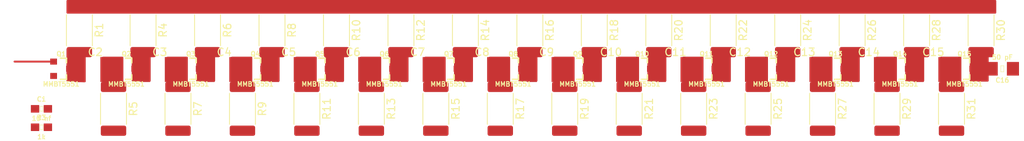
<source format=kicad_pcb>
(kicad_pcb (version 20171130) (host pcbnew 5.1.5+dfsg1-2~bpo9+1)

  (general
    (thickness 1.6)
    (drawings 0)
    (tracks 1)
    (zones 0)
    (modules 61)
    (nets 36)
  )

  (page A4)
  (layers
    (0 F.Cu signal)
    (31 B.Cu signal)
    (32 B.Adhes user)
    (33 F.Adhes user)
    (34 B.Paste user)
    (35 F.Paste user)
    (36 B.SilkS user)
    (37 F.SilkS user)
    (38 B.Mask user)
    (39 F.Mask user)
    (40 Dwgs.User user)
    (41 Cmts.User user)
    (42 Eco1.User user)
    (43 Eco2.User user)
    (44 Edge.Cuts user)
    (45 Margin user)
    (46 B.CrtYd user)
    (47 F.CrtYd user)
    (48 B.Fab user)
    (49 F.Fab user)
  )

  (setup
    (last_trace_width 0.25)
    (trace_clearance 0.2)
    (zone_clearance 0.508)
    (zone_45_only no)
    (trace_min 0.2)
    (via_size 0.8)
    (via_drill 0.4)
    (via_min_size 0.4)
    (via_min_drill 0.3)
    (uvia_size 0.3)
    (uvia_drill 0.1)
    (uvias_allowed no)
    (uvia_min_size 0.2)
    (uvia_min_drill 0.1)
    (edge_width 0.05)
    (segment_width 0.2)
    (pcb_text_width 0.3)
    (pcb_text_size 1.5 1.5)
    (mod_edge_width 0.12)
    (mod_text_size 1 1)
    (mod_text_width 0.15)
    (pad_size 1.524 1.524)
    (pad_drill 0.762)
    (pad_to_mask_clearance 0.051)
    (solder_mask_min_width 0.25)
    (aux_axis_origin 16.6 53.1)
    (grid_origin 16.4 53.2)
    (visible_elements FFFFFF7F)
    (pcbplotparams
      (layerselection 0x010fc_ffffffff)
      (usegerberextensions false)
      (usegerberattributes false)
      (usegerberadvancedattributes false)
      (creategerberjobfile false)
      (excludeedgelayer true)
      (linewidth 0.150000)
      (plotframeref false)
      (viasonmask false)
      (mode 1)
      (useauxorigin false)
      (hpglpennumber 1)
      (hpglpenspeed 20)
      (hpglpendiameter 15.000000)
      (psnegative false)
      (psa4output false)
      (plotreference true)
      (plotvalue true)
      (plotinvisibletext false)
      (padsonsilk false)
      (subtractmaskfromsilk false)
      (outputformat 1)
      (mirror false)
      (drillshape 1)
      (scaleselection 1)
      (outputdirectory ""))
  )

  (net 0 "")
  (net 1 GND)
  (net 2 "Net-(C1-Pad1)")
  (net 3 "Net-(C2-Pad2)")
  (net 4 /stage/PREV_STAGE)
  (net 5 "Net-(C3-Pad2)")
  (net 6 /stage/NXT_STAGE)
  (net 7 "Net-(C4-Pad2)")
  (net 8 /sheet5FFACA95/NXT_STAGE)
  (net 9 "Net-(C5-Pad2)")
  (net 10 "Net-(C6-Pad2)")
  (net 11 /sheet5FFAD73F/NXT_STAGE)
  (net 12 "Net-(C7-Pad2)")
  (net 13 /sheet5FFAD740/NXT_STAGE)
  (net 14 "Net-(C8-Pad2)")
  (net 15 "Net-(C9-Pad2)")
  (net 16 /sheet5FFADF97/NXT_STAGE)
  (net 17 "Net-(C10-Pad2)")
  (net 18 /sheet5FFADF98/NXT_STAGE)
  (net 19 "Net-(C11-Pad2)")
  (net 20 "Net-(C12-Pad2)")
  (net 21 /sheet5FFAE3C5/NXT_STAGE)
  (net 22 "Net-(C13-Pad2)")
  (net 23 /sheet5FFAE3C6/NXT_STAGE)
  (net 24 "Net-(C14-Pad2)")
  (net 25 "Net-(C15-Pad2)")
  (net 26 /sheet5FFAE9B8/NXT_STAGE)
  (net 27 /FAST_TRIGGER)
  (net 28 /sheet5FFACD70/NXT_STAGE)
  (net 29 /sheet5FFAD741/NXT_STAGE)
  (net 30 /sheet5FFADF99/NXT_STAGE)
  (net 31 /sheet5FFAE3C7/NXT_STAGE)
  (net 32 /sheet5FFAE9B9/NXT_STAGE)
  (net 33 HV)
  (net 34 "Net-(R3-Pad1)")
  (net 35 "Net-(C16-Pad1)")

  (net_class Default "This is the default net class."
    (clearance 0.2)
    (trace_width 0.25)
    (via_dia 0.8)
    (via_drill 0.4)
    (uvia_dia 0.3)
    (uvia_drill 0.1)
    (add_net /FAST_TRIGGER)
    (add_net /sheet5FFACA95/NXT_STAGE)
    (add_net /sheet5FFACD70/NXT_STAGE)
    (add_net /sheet5FFAD73F/NXT_STAGE)
    (add_net /sheet5FFAD740/NXT_STAGE)
    (add_net /sheet5FFAD741/NXT_STAGE)
    (add_net /sheet5FFADF97/NXT_STAGE)
    (add_net /sheet5FFADF98/NXT_STAGE)
    (add_net /sheet5FFADF99/NXT_STAGE)
    (add_net /sheet5FFAE3C5/NXT_STAGE)
    (add_net /sheet5FFAE3C6/NXT_STAGE)
    (add_net /sheet5FFAE3C7/NXT_STAGE)
    (add_net /sheet5FFAE9B8/NXT_STAGE)
    (add_net /sheet5FFAE9B9/NXT_STAGE)
    (add_net /stage/NXT_STAGE)
    (add_net /stage/PREV_STAGE)
    (add_net GND)
    (add_net HV)
    (add_net "Net-(C1-Pad1)")
    (add_net "Net-(C10-Pad2)")
    (add_net "Net-(C11-Pad2)")
    (add_net "Net-(C12-Pad2)")
    (add_net "Net-(C13-Pad2)")
    (add_net "Net-(C14-Pad2)")
    (add_net "Net-(C15-Pad2)")
    (add_net "Net-(C16-Pad1)")
    (add_net "Net-(C2-Pad2)")
    (add_net "Net-(C3-Pad2)")
    (add_net "Net-(C4-Pad2)")
    (add_net "Net-(C5-Pad2)")
    (add_net "Net-(C6-Pad2)")
    (add_net "Net-(C7-Pad2)")
    (add_net "Net-(C8-Pad2)")
    (add_net "Net-(C9-Pad2)")
    (add_net "Net-(R3-Pad1)")
  )

  (module Capacitors:0603 (layer F.Cu) (tedit 596180EF) (tstamp 5FF94147)
    (at 16.3 71.34)
    (descr "GENERIC 1608 (0603) PACKAGE")
    (tags "GENERIC 1608 (0603) PACKAGE")
    (path /5FF9650E)
    (attr smd)
    (fp_text reference R3 (at 0 -1.27) (layer F.SilkS)
      (effects (font (size 0.6096 0.6096) (thickness 0.127)))
    )
    (fp_text value 1k (at 0 1.27) (layer F.SilkS)
      (effects (font (size 0.6096 0.6096) (thickness 0.127)))
    )
    (fp_line (start -0.3556 0.41656) (end 0.3556 0.41656) (layer Dwgs.User) (width 0.1016))
    (fp_line (start -0.3556 -0.4318) (end 0.3556 -0.4318) (layer Dwgs.User) (width 0.1016))
    (fp_line (start -1.59766 0.6985) (end -1.59766 -0.6985) (layer F.CrtYd) (width 0.0508))
    (fp_line (start 1.59766 0.6985) (end -1.59766 0.6985) (layer F.CrtYd) (width 0.0508))
    (fp_line (start 1.59766 -0.6985) (end 1.59766 0.6985) (layer F.CrtYd) (width 0.0508))
    (fp_line (start -1.59766 -0.6985) (end 1.59766 -0.6985) (layer F.CrtYd) (width 0.0508))
    (fp_line (start -0.19812 0.29972) (end -0.19812 -0.29972) (layer F.SilkS) (width 0.06604))
    (fp_line (start -0.19812 -0.29972) (end 0.19812 -0.29972) (layer F.SilkS) (width 0.06604))
    (fp_line (start 0.19812 0.29972) (end 0.19812 -0.29972) (layer F.SilkS) (width 0.06604))
    (fp_line (start -0.19812 0.29972) (end 0.19812 0.29972) (layer F.SilkS) (width 0.06604))
    (fp_line (start 0.3302 0.4699) (end 0.3302 -0.48006) (layer Dwgs.User) (width 0.06604))
    (fp_line (start 0.3302 -0.48006) (end 0.82804 -0.48006) (layer Dwgs.User) (width 0.06604))
    (fp_line (start 0.82804 0.4699) (end 0.82804 -0.48006) (layer Dwgs.User) (width 0.06604))
    (fp_line (start 0.3302 0.4699) (end 0.82804 0.4699) (layer Dwgs.User) (width 0.06604))
    (fp_line (start -0.8382 0.4699) (end -0.8382 -0.48006) (layer Dwgs.User) (width 0.06604))
    (fp_line (start -0.8382 -0.48006) (end -0.33782 -0.48006) (layer Dwgs.User) (width 0.06604))
    (fp_line (start -0.33782 0.4699) (end -0.33782 -0.48006) (layer Dwgs.User) (width 0.06604))
    (fp_line (start -0.8382 0.4699) (end -0.33782 0.4699) (layer Dwgs.User) (width 0.06604))
    (pad 2 smd rect (at 0.84836 0) (size 1.09982 0.99822) (layers F.Cu F.Paste F.Mask)
      (net 2 "Net-(C1-Pad1)") (solder_mask_margin 0.1016))
    (pad 1 smd rect (at -0.84836 0) (size 1.09982 0.99822) (layers F.Cu F.Paste F.Mask)
      (net 34 "Net-(R3-Pad1)") (solder_mask_margin 0.1016))
  )

  (module Silicon-Standard:SOT23-3 (layer F.Cu) (tedit 200000) (tstamp 5FF9410D)
    (at 138 63.6 270)
    (descr SOT23-3)
    (tags SOT23-3)
    (path /5FFAE9C2/5FF8E1FA)
    (attr smd)
    (fp_text reference Q15 (at -1.9558 0) (layer F.SilkS)
      (effects (font (size 0.6096 0.6096) (thickness 0.127)))
    )
    (fp_text value MMBT5551 (at 2.032 0) (layer F.SilkS)
      (effects (font (size 0.6096 0.6096) (thickness 0.127)))
    )
    (fp_line (start 1.39954 -0.6985) (end 1.39954 0.09906) (layer F.SilkS) (width 0.2032))
    (fp_line (start 0.79756 -0.6985) (end 1.39954 -0.6985) (layer F.SilkS) (width 0.2032))
    (fp_line (start -1.39954 -0.6985) (end -1.39954 0.09906) (layer F.SilkS) (width 0.2032))
    (fp_line (start -0.79756 -0.6985) (end -1.39954 -0.6985) (layer F.SilkS) (width 0.2032))
    (fp_line (start -1.4224 -0.6604) (end 1.4224 -0.6604) (layer Dwgs.User) (width 0.1524))
    (fp_line (start -1.4224 0.6604) (end -1.4224 -0.6604) (layer Dwgs.User) (width 0.1524))
    (fp_line (start 1.4224 0.6604) (end -1.4224 0.6604) (layer Dwgs.User) (width 0.1524))
    (fp_line (start 1.4224 -0.6604) (end 1.4224 0.6604) (layer Dwgs.User) (width 0.1524))
    (pad 3 smd rect (at 0 -1.09982 270) (size 0.79756 0.89916) (layers F.Cu F.Paste F.Mask)
      (net 32 /sheet5FFAE9B9/NXT_STAGE) (solder_mask_margin 0.1016))
    (pad 2 smd rect (at 0.94996 0.99822 270) (size 0.79756 0.89916) (layers F.Cu F.Paste F.Mask)
      (net 25 "Net-(C15-Pad2)") (solder_mask_margin 0.1016))
    (pad 1 smd rect (at -0.94996 0.99822 270) (size 0.79756 0.89916) (layers F.Cu F.Paste F.Mask)
      (net 25 "Net-(C15-Pad2)") (solder_mask_margin 0.1016))
  )

  (module Silicon-Standard:SOT23-3 (layer F.Cu) (tedit 200000) (tstamp 5FF940FE)
    (at 129.5 63.6 270)
    (descr SOT23-3)
    (tags SOT23-3)
    (path /5FFAE9BE/5FF8E1FA)
    (attr smd)
    (fp_text reference Q14 (at -1.9558 0) (layer F.SilkS)
      (effects (font (size 0.6096 0.6096) (thickness 0.127)))
    )
    (fp_text value MMBT5551 (at 2.032 0) (layer F.SilkS)
      (effects (font (size 0.6096 0.6096) (thickness 0.127)))
    )
    (fp_line (start 1.39954 -0.6985) (end 1.39954 0.09906) (layer F.SilkS) (width 0.2032))
    (fp_line (start 0.79756 -0.6985) (end 1.39954 -0.6985) (layer F.SilkS) (width 0.2032))
    (fp_line (start -1.39954 -0.6985) (end -1.39954 0.09906) (layer F.SilkS) (width 0.2032))
    (fp_line (start -0.79756 -0.6985) (end -1.39954 -0.6985) (layer F.SilkS) (width 0.2032))
    (fp_line (start -1.4224 -0.6604) (end 1.4224 -0.6604) (layer Dwgs.User) (width 0.1524))
    (fp_line (start -1.4224 0.6604) (end -1.4224 -0.6604) (layer Dwgs.User) (width 0.1524))
    (fp_line (start 1.4224 0.6604) (end -1.4224 0.6604) (layer Dwgs.User) (width 0.1524))
    (fp_line (start 1.4224 -0.6604) (end 1.4224 0.6604) (layer Dwgs.User) (width 0.1524))
    (pad 3 smd rect (at 0 -1.09982 270) (size 0.79756 0.89916) (layers F.Cu F.Paste F.Mask)
      (net 26 /sheet5FFAE9B8/NXT_STAGE) (solder_mask_margin 0.1016))
    (pad 2 smd rect (at 0.94996 0.99822 270) (size 0.79756 0.89916) (layers F.Cu F.Paste F.Mask)
      (net 24 "Net-(C14-Pad2)") (solder_mask_margin 0.1016))
    (pad 1 smd rect (at -0.94996 0.99822 270) (size 0.79756 0.89916) (layers F.Cu F.Paste F.Mask)
      (net 24 "Net-(C14-Pad2)") (solder_mask_margin 0.1016))
  )

  (module Silicon-Standard:SOT23-3 (layer F.Cu) (tedit 200000) (tstamp 5FF940EF)
    (at 121 63.6 270)
    (descr SOT23-3)
    (tags SOT23-3)
    (path /5FFAE3D3/5FF8E1FA)
    (attr smd)
    (fp_text reference Q13 (at -1.9558 0) (layer F.SilkS)
      (effects (font (size 0.6096 0.6096) (thickness 0.127)))
    )
    (fp_text value MMBT5551 (at 2.032 0) (layer F.SilkS)
      (effects (font (size 0.6096 0.6096) (thickness 0.127)))
    )
    (fp_line (start 1.39954 -0.6985) (end 1.39954 0.09906) (layer F.SilkS) (width 0.2032))
    (fp_line (start 0.79756 -0.6985) (end 1.39954 -0.6985) (layer F.SilkS) (width 0.2032))
    (fp_line (start -1.39954 -0.6985) (end -1.39954 0.09906) (layer F.SilkS) (width 0.2032))
    (fp_line (start -0.79756 -0.6985) (end -1.39954 -0.6985) (layer F.SilkS) (width 0.2032))
    (fp_line (start -1.4224 -0.6604) (end 1.4224 -0.6604) (layer Dwgs.User) (width 0.1524))
    (fp_line (start -1.4224 0.6604) (end -1.4224 -0.6604) (layer Dwgs.User) (width 0.1524))
    (fp_line (start 1.4224 0.6604) (end -1.4224 0.6604) (layer Dwgs.User) (width 0.1524))
    (fp_line (start 1.4224 -0.6604) (end 1.4224 0.6604) (layer Dwgs.User) (width 0.1524))
    (pad 3 smd rect (at 0 -1.09982 270) (size 0.79756 0.89916) (layers F.Cu F.Paste F.Mask)
      (net 31 /sheet5FFAE3C7/NXT_STAGE) (solder_mask_margin 0.1016))
    (pad 2 smd rect (at 0.94996 0.99822 270) (size 0.79756 0.89916) (layers F.Cu F.Paste F.Mask)
      (net 22 "Net-(C13-Pad2)") (solder_mask_margin 0.1016))
    (pad 1 smd rect (at -0.94996 0.99822 270) (size 0.79756 0.89916) (layers F.Cu F.Paste F.Mask)
      (net 22 "Net-(C13-Pad2)") (solder_mask_margin 0.1016))
  )

  (module Silicon-Standard:SOT23-3 (layer F.Cu) (tedit 200000) (tstamp 5FF940E0)
    (at 112.5 63.6 270)
    (descr SOT23-3)
    (tags SOT23-3)
    (path /5FFAE3CF/5FF8E1FA)
    (attr smd)
    (fp_text reference Q12 (at -1.9558 0) (layer F.SilkS)
      (effects (font (size 0.6096 0.6096) (thickness 0.127)))
    )
    (fp_text value MMBT5551 (at 2.032 0) (layer F.SilkS)
      (effects (font (size 0.6096 0.6096) (thickness 0.127)))
    )
    (fp_line (start 1.39954 -0.6985) (end 1.39954 0.09906) (layer F.SilkS) (width 0.2032))
    (fp_line (start 0.79756 -0.6985) (end 1.39954 -0.6985) (layer F.SilkS) (width 0.2032))
    (fp_line (start -1.39954 -0.6985) (end -1.39954 0.09906) (layer F.SilkS) (width 0.2032))
    (fp_line (start -0.79756 -0.6985) (end -1.39954 -0.6985) (layer F.SilkS) (width 0.2032))
    (fp_line (start -1.4224 -0.6604) (end 1.4224 -0.6604) (layer Dwgs.User) (width 0.1524))
    (fp_line (start -1.4224 0.6604) (end -1.4224 -0.6604) (layer Dwgs.User) (width 0.1524))
    (fp_line (start 1.4224 0.6604) (end -1.4224 0.6604) (layer Dwgs.User) (width 0.1524))
    (fp_line (start 1.4224 -0.6604) (end 1.4224 0.6604) (layer Dwgs.User) (width 0.1524))
    (pad 3 smd rect (at 0 -1.09982 270) (size 0.79756 0.89916) (layers F.Cu F.Paste F.Mask)
      (net 23 /sheet5FFAE3C6/NXT_STAGE) (solder_mask_margin 0.1016))
    (pad 2 smd rect (at 0.94996 0.99822 270) (size 0.79756 0.89916) (layers F.Cu F.Paste F.Mask)
      (net 20 "Net-(C12-Pad2)") (solder_mask_margin 0.1016))
    (pad 1 smd rect (at -0.94996 0.99822 270) (size 0.79756 0.89916) (layers F.Cu F.Paste F.Mask)
      (net 20 "Net-(C12-Pad2)") (solder_mask_margin 0.1016))
  )

  (module Silicon-Standard:SOT23-3 (layer F.Cu) (tedit 200000) (tstamp 5FF940D1)
    (at 104 63.6 270)
    (descr SOT23-3)
    (tags SOT23-3)
    (path /5FFAE3CB/5FF8E1FA)
    (attr smd)
    (fp_text reference Q11 (at -1.9558 0) (layer F.SilkS)
      (effects (font (size 0.6096 0.6096) (thickness 0.127)))
    )
    (fp_text value MMBT5551 (at 2.032 0) (layer F.SilkS)
      (effects (font (size 0.6096 0.6096) (thickness 0.127)))
    )
    (fp_line (start 1.39954 -0.6985) (end 1.39954 0.09906) (layer F.SilkS) (width 0.2032))
    (fp_line (start 0.79756 -0.6985) (end 1.39954 -0.6985) (layer F.SilkS) (width 0.2032))
    (fp_line (start -1.39954 -0.6985) (end -1.39954 0.09906) (layer F.SilkS) (width 0.2032))
    (fp_line (start -0.79756 -0.6985) (end -1.39954 -0.6985) (layer F.SilkS) (width 0.2032))
    (fp_line (start -1.4224 -0.6604) (end 1.4224 -0.6604) (layer Dwgs.User) (width 0.1524))
    (fp_line (start -1.4224 0.6604) (end -1.4224 -0.6604) (layer Dwgs.User) (width 0.1524))
    (fp_line (start 1.4224 0.6604) (end -1.4224 0.6604) (layer Dwgs.User) (width 0.1524))
    (fp_line (start 1.4224 -0.6604) (end 1.4224 0.6604) (layer Dwgs.User) (width 0.1524))
    (pad 3 smd rect (at 0 -1.09982 270) (size 0.79756 0.89916) (layers F.Cu F.Paste F.Mask)
      (net 21 /sheet5FFAE3C5/NXT_STAGE) (solder_mask_margin 0.1016))
    (pad 2 smd rect (at 0.94996 0.99822 270) (size 0.79756 0.89916) (layers F.Cu F.Paste F.Mask)
      (net 19 "Net-(C11-Pad2)") (solder_mask_margin 0.1016))
    (pad 1 smd rect (at -0.94996 0.99822 270) (size 0.79756 0.89916) (layers F.Cu F.Paste F.Mask)
      (net 19 "Net-(C11-Pad2)") (solder_mask_margin 0.1016))
  )

  (module Silicon-Standard:SOT23-3 (layer F.Cu) (tedit 200000) (tstamp 5FF940C2)
    (at 95.5 63.6 270)
    (descr SOT23-3)
    (tags SOT23-3)
    (path /5FFADFA5/5FF8E1FA)
    (attr smd)
    (fp_text reference Q10 (at -1.9558 0) (layer F.SilkS)
      (effects (font (size 0.6096 0.6096) (thickness 0.127)))
    )
    (fp_text value MMBT5551 (at 2.032 0) (layer F.SilkS)
      (effects (font (size 0.6096 0.6096) (thickness 0.127)))
    )
    (fp_line (start 1.39954 -0.6985) (end 1.39954 0.09906) (layer F.SilkS) (width 0.2032))
    (fp_line (start 0.79756 -0.6985) (end 1.39954 -0.6985) (layer F.SilkS) (width 0.2032))
    (fp_line (start -1.39954 -0.6985) (end -1.39954 0.09906) (layer F.SilkS) (width 0.2032))
    (fp_line (start -0.79756 -0.6985) (end -1.39954 -0.6985) (layer F.SilkS) (width 0.2032))
    (fp_line (start -1.4224 -0.6604) (end 1.4224 -0.6604) (layer Dwgs.User) (width 0.1524))
    (fp_line (start -1.4224 0.6604) (end -1.4224 -0.6604) (layer Dwgs.User) (width 0.1524))
    (fp_line (start 1.4224 0.6604) (end -1.4224 0.6604) (layer Dwgs.User) (width 0.1524))
    (fp_line (start 1.4224 -0.6604) (end 1.4224 0.6604) (layer Dwgs.User) (width 0.1524))
    (pad 3 smd rect (at 0 -1.09982 270) (size 0.79756 0.89916) (layers F.Cu F.Paste F.Mask)
      (net 30 /sheet5FFADF99/NXT_STAGE) (solder_mask_margin 0.1016))
    (pad 2 smd rect (at 0.94996 0.99822 270) (size 0.79756 0.89916) (layers F.Cu F.Paste F.Mask)
      (net 17 "Net-(C10-Pad2)") (solder_mask_margin 0.1016))
    (pad 1 smd rect (at -0.94996 0.99822 270) (size 0.79756 0.89916) (layers F.Cu F.Paste F.Mask)
      (net 17 "Net-(C10-Pad2)") (solder_mask_margin 0.1016))
  )

  (module Silicon-Standard:SOT23-3 (layer F.Cu) (tedit 200000) (tstamp 5FF940B3)
    (at 87 63.6 270)
    (descr SOT23-3)
    (tags SOT23-3)
    (path /5FFADFA1/5FF8E1FA)
    (attr smd)
    (fp_text reference Q9 (at -1.9558 0) (layer F.SilkS)
      (effects (font (size 0.6096 0.6096) (thickness 0.127)))
    )
    (fp_text value MMBT5551 (at 2.032 0) (layer F.SilkS)
      (effects (font (size 0.6096 0.6096) (thickness 0.127)))
    )
    (fp_line (start 1.39954 -0.6985) (end 1.39954 0.09906) (layer F.SilkS) (width 0.2032))
    (fp_line (start 0.79756 -0.6985) (end 1.39954 -0.6985) (layer F.SilkS) (width 0.2032))
    (fp_line (start -1.39954 -0.6985) (end -1.39954 0.09906) (layer F.SilkS) (width 0.2032))
    (fp_line (start -0.79756 -0.6985) (end -1.39954 -0.6985) (layer F.SilkS) (width 0.2032))
    (fp_line (start -1.4224 -0.6604) (end 1.4224 -0.6604) (layer Dwgs.User) (width 0.1524))
    (fp_line (start -1.4224 0.6604) (end -1.4224 -0.6604) (layer Dwgs.User) (width 0.1524))
    (fp_line (start 1.4224 0.6604) (end -1.4224 0.6604) (layer Dwgs.User) (width 0.1524))
    (fp_line (start 1.4224 -0.6604) (end 1.4224 0.6604) (layer Dwgs.User) (width 0.1524))
    (pad 3 smd rect (at 0 -1.09982 270) (size 0.79756 0.89916) (layers F.Cu F.Paste F.Mask)
      (net 18 /sheet5FFADF98/NXT_STAGE) (solder_mask_margin 0.1016))
    (pad 2 smd rect (at 0.94996 0.99822 270) (size 0.79756 0.89916) (layers F.Cu F.Paste F.Mask)
      (net 15 "Net-(C9-Pad2)") (solder_mask_margin 0.1016))
    (pad 1 smd rect (at -0.94996 0.99822 270) (size 0.79756 0.89916) (layers F.Cu F.Paste F.Mask)
      (net 15 "Net-(C9-Pad2)") (solder_mask_margin 0.1016))
  )

  (module Silicon-Standard:SOT23-3 (layer F.Cu) (tedit 200000) (tstamp 5FF940A4)
    (at 78.5 63.6 270)
    (descr SOT23-3)
    (tags SOT23-3)
    (path /5FFADF9D/5FF8E1FA)
    (attr smd)
    (fp_text reference Q8 (at -1.9558 0) (layer F.SilkS)
      (effects (font (size 0.6096 0.6096) (thickness 0.127)))
    )
    (fp_text value MMBT5551 (at 2.032 0) (layer F.SilkS)
      (effects (font (size 0.6096 0.6096) (thickness 0.127)))
    )
    (fp_line (start 1.39954 -0.6985) (end 1.39954 0.09906) (layer F.SilkS) (width 0.2032))
    (fp_line (start 0.79756 -0.6985) (end 1.39954 -0.6985) (layer F.SilkS) (width 0.2032))
    (fp_line (start -1.39954 -0.6985) (end -1.39954 0.09906) (layer F.SilkS) (width 0.2032))
    (fp_line (start -0.79756 -0.6985) (end -1.39954 -0.6985) (layer F.SilkS) (width 0.2032))
    (fp_line (start -1.4224 -0.6604) (end 1.4224 -0.6604) (layer Dwgs.User) (width 0.1524))
    (fp_line (start -1.4224 0.6604) (end -1.4224 -0.6604) (layer Dwgs.User) (width 0.1524))
    (fp_line (start 1.4224 0.6604) (end -1.4224 0.6604) (layer Dwgs.User) (width 0.1524))
    (fp_line (start 1.4224 -0.6604) (end 1.4224 0.6604) (layer Dwgs.User) (width 0.1524))
    (pad 3 smd rect (at 0 -1.09982 270) (size 0.79756 0.89916) (layers F.Cu F.Paste F.Mask)
      (net 16 /sheet5FFADF97/NXT_STAGE) (solder_mask_margin 0.1016))
    (pad 2 smd rect (at 0.94996 0.99822 270) (size 0.79756 0.89916) (layers F.Cu F.Paste F.Mask)
      (net 14 "Net-(C8-Pad2)") (solder_mask_margin 0.1016))
    (pad 1 smd rect (at -0.94996 0.99822 270) (size 0.79756 0.89916) (layers F.Cu F.Paste F.Mask)
      (net 14 "Net-(C8-Pad2)") (solder_mask_margin 0.1016))
  )

  (module Silicon-Standard:SOT23-3 (layer F.Cu) (tedit 200000) (tstamp 5FF94095)
    (at 70 63.6 270)
    (descr SOT23-3)
    (tags SOT23-3)
    (path /5FFAD74D/5FF8E1FA)
    (attr smd)
    (fp_text reference Q7 (at -1.9558 0) (layer F.SilkS)
      (effects (font (size 0.6096 0.6096) (thickness 0.127)))
    )
    (fp_text value MMBT5551 (at 2.032 0) (layer F.SilkS)
      (effects (font (size 0.6096 0.6096) (thickness 0.127)))
    )
    (fp_line (start 1.39954 -0.6985) (end 1.39954 0.09906) (layer F.SilkS) (width 0.2032))
    (fp_line (start 0.79756 -0.6985) (end 1.39954 -0.6985) (layer F.SilkS) (width 0.2032))
    (fp_line (start -1.39954 -0.6985) (end -1.39954 0.09906) (layer F.SilkS) (width 0.2032))
    (fp_line (start -0.79756 -0.6985) (end -1.39954 -0.6985) (layer F.SilkS) (width 0.2032))
    (fp_line (start -1.4224 -0.6604) (end 1.4224 -0.6604) (layer Dwgs.User) (width 0.1524))
    (fp_line (start -1.4224 0.6604) (end -1.4224 -0.6604) (layer Dwgs.User) (width 0.1524))
    (fp_line (start 1.4224 0.6604) (end -1.4224 0.6604) (layer Dwgs.User) (width 0.1524))
    (fp_line (start 1.4224 -0.6604) (end 1.4224 0.6604) (layer Dwgs.User) (width 0.1524))
    (pad 3 smd rect (at 0 -1.09982 270) (size 0.79756 0.89916) (layers F.Cu F.Paste F.Mask)
      (net 29 /sheet5FFAD741/NXT_STAGE) (solder_mask_margin 0.1016))
    (pad 2 smd rect (at 0.94996 0.99822 270) (size 0.79756 0.89916) (layers F.Cu F.Paste F.Mask)
      (net 12 "Net-(C7-Pad2)") (solder_mask_margin 0.1016))
    (pad 1 smd rect (at -0.94996 0.99822 270) (size 0.79756 0.89916) (layers F.Cu F.Paste F.Mask)
      (net 12 "Net-(C7-Pad2)") (solder_mask_margin 0.1016))
  )

  (module Silicon-Standard:SOT23-3 (layer F.Cu) (tedit 200000) (tstamp 5FF94086)
    (at 61.5 63.6 270)
    (descr SOT23-3)
    (tags SOT23-3)
    (path /5FFAD749/5FF8E1FA)
    (attr smd)
    (fp_text reference Q6 (at -1.9558 0) (layer F.SilkS)
      (effects (font (size 0.6096 0.6096) (thickness 0.127)))
    )
    (fp_text value MMBT5551 (at 2.032 0) (layer F.SilkS)
      (effects (font (size 0.6096 0.6096) (thickness 0.127)))
    )
    (fp_line (start 1.39954 -0.6985) (end 1.39954 0.09906) (layer F.SilkS) (width 0.2032))
    (fp_line (start 0.79756 -0.6985) (end 1.39954 -0.6985) (layer F.SilkS) (width 0.2032))
    (fp_line (start -1.39954 -0.6985) (end -1.39954 0.09906) (layer F.SilkS) (width 0.2032))
    (fp_line (start -0.79756 -0.6985) (end -1.39954 -0.6985) (layer F.SilkS) (width 0.2032))
    (fp_line (start -1.4224 -0.6604) (end 1.4224 -0.6604) (layer Dwgs.User) (width 0.1524))
    (fp_line (start -1.4224 0.6604) (end -1.4224 -0.6604) (layer Dwgs.User) (width 0.1524))
    (fp_line (start 1.4224 0.6604) (end -1.4224 0.6604) (layer Dwgs.User) (width 0.1524))
    (fp_line (start 1.4224 -0.6604) (end 1.4224 0.6604) (layer Dwgs.User) (width 0.1524))
    (pad 3 smd rect (at 0 -1.09982 270) (size 0.79756 0.89916) (layers F.Cu F.Paste F.Mask)
      (net 13 /sheet5FFAD740/NXT_STAGE) (solder_mask_margin 0.1016))
    (pad 2 smd rect (at 0.94996 0.99822 270) (size 0.79756 0.89916) (layers F.Cu F.Paste F.Mask)
      (net 10 "Net-(C6-Pad2)") (solder_mask_margin 0.1016))
    (pad 1 smd rect (at -0.94996 0.99822 270) (size 0.79756 0.89916) (layers F.Cu F.Paste F.Mask)
      (net 10 "Net-(C6-Pad2)") (solder_mask_margin 0.1016))
  )

  (module Silicon-Standard:SOT23-3 (layer F.Cu) (tedit 200000) (tstamp 5FF94077)
    (at 53 63.6 270)
    (descr SOT23-3)
    (tags SOT23-3)
    (path /5FFAD745/5FF8E1FA)
    (attr smd)
    (fp_text reference Q5 (at -1.9558 0) (layer F.SilkS)
      (effects (font (size 0.6096 0.6096) (thickness 0.127)))
    )
    (fp_text value MMBT5551 (at 2.032 0) (layer F.SilkS)
      (effects (font (size 0.6096 0.6096) (thickness 0.127)))
    )
    (fp_line (start 1.39954 -0.6985) (end 1.39954 0.09906) (layer F.SilkS) (width 0.2032))
    (fp_line (start 0.79756 -0.6985) (end 1.39954 -0.6985) (layer F.SilkS) (width 0.2032))
    (fp_line (start -1.39954 -0.6985) (end -1.39954 0.09906) (layer F.SilkS) (width 0.2032))
    (fp_line (start -0.79756 -0.6985) (end -1.39954 -0.6985) (layer F.SilkS) (width 0.2032))
    (fp_line (start -1.4224 -0.6604) (end 1.4224 -0.6604) (layer Dwgs.User) (width 0.1524))
    (fp_line (start -1.4224 0.6604) (end -1.4224 -0.6604) (layer Dwgs.User) (width 0.1524))
    (fp_line (start 1.4224 0.6604) (end -1.4224 0.6604) (layer Dwgs.User) (width 0.1524))
    (fp_line (start 1.4224 -0.6604) (end 1.4224 0.6604) (layer Dwgs.User) (width 0.1524))
    (pad 3 smd rect (at 0 -1.09982 270) (size 0.79756 0.89916) (layers F.Cu F.Paste F.Mask)
      (net 11 /sheet5FFAD73F/NXT_STAGE) (solder_mask_margin 0.1016))
    (pad 2 smd rect (at 0.94996 0.99822 270) (size 0.79756 0.89916) (layers F.Cu F.Paste F.Mask)
      (net 9 "Net-(C5-Pad2)") (solder_mask_margin 0.1016))
    (pad 1 smd rect (at -0.94996 0.99822 270) (size 0.79756 0.89916) (layers F.Cu F.Paste F.Mask)
      (net 9 "Net-(C5-Pad2)") (solder_mask_margin 0.1016))
  )

  (module Silicon-Standard:SOT23-3 (layer F.Cu) (tedit 200000) (tstamp 5FF94068)
    (at 44.5 63.6 270)
    (descr SOT23-3)
    (tags SOT23-3)
    (path /5FFACD74/5FF8E1FA)
    (attr smd)
    (fp_text reference Q4 (at -1.9558 0) (layer F.SilkS)
      (effects (font (size 0.6096 0.6096) (thickness 0.127)))
    )
    (fp_text value MMBT5551 (at 2.032 0) (layer F.SilkS)
      (effects (font (size 0.6096 0.6096) (thickness 0.127)))
    )
    (fp_line (start 1.39954 -0.6985) (end 1.39954 0.09906) (layer F.SilkS) (width 0.2032))
    (fp_line (start 0.79756 -0.6985) (end 1.39954 -0.6985) (layer F.SilkS) (width 0.2032))
    (fp_line (start -1.39954 -0.6985) (end -1.39954 0.09906) (layer F.SilkS) (width 0.2032))
    (fp_line (start -0.79756 -0.6985) (end -1.39954 -0.6985) (layer F.SilkS) (width 0.2032))
    (fp_line (start -1.4224 -0.6604) (end 1.4224 -0.6604) (layer Dwgs.User) (width 0.1524))
    (fp_line (start -1.4224 0.6604) (end -1.4224 -0.6604) (layer Dwgs.User) (width 0.1524))
    (fp_line (start 1.4224 0.6604) (end -1.4224 0.6604) (layer Dwgs.User) (width 0.1524))
    (fp_line (start 1.4224 -0.6604) (end 1.4224 0.6604) (layer Dwgs.User) (width 0.1524))
    (pad 3 smd rect (at 0 -1.09982 270) (size 0.79756 0.89916) (layers F.Cu F.Paste F.Mask)
      (net 28 /sheet5FFACD70/NXT_STAGE) (solder_mask_margin 0.1016))
    (pad 2 smd rect (at 0.94996 0.99822 270) (size 0.79756 0.89916) (layers F.Cu F.Paste F.Mask)
      (net 7 "Net-(C4-Pad2)") (solder_mask_margin 0.1016))
    (pad 1 smd rect (at -0.94996 0.99822 270) (size 0.79756 0.89916) (layers F.Cu F.Paste F.Mask)
      (net 7 "Net-(C4-Pad2)") (solder_mask_margin 0.1016))
  )

  (module Silicon-Standard:SOT23-3 (layer F.Cu) (tedit 200000) (tstamp 5FF94059)
    (at 36 63.6 270)
    (descr SOT23-3)
    (tags SOT23-3)
    (path /5FFACA99/5FF8E1FA)
    (attr smd)
    (fp_text reference Q3 (at -1.9558 0) (layer F.SilkS)
      (effects (font (size 0.6096 0.6096) (thickness 0.127)))
    )
    (fp_text value MMBT5551 (at 2.032 0) (layer F.SilkS)
      (effects (font (size 0.6096 0.6096) (thickness 0.127)))
    )
    (fp_line (start 1.39954 -0.6985) (end 1.39954 0.09906) (layer F.SilkS) (width 0.2032))
    (fp_line (start 0.79756 -0.6985) (end 1.39954 -0.6985) (layer F.SilkS) (width 0.2032))
    (fp_line (start -1.39954 -0.6985) (end -1.39954 0.09906) (layer F.SilkS) (width 0.2032))
    (fp_line (start -0.79756 -0.6985) (end -1.39954 -0.6985) (layer F.SilkS) (width 0.2032))
    (fp_line (start -1.4224 -0.6604) (end 1.4224 -0.6604) (layer Dwgs.User) (width 0.1524))
    (fp_line (start -1.4224 0.6604) (end -1.4224 -0.6604) (layer Dwgs.User) (width 0.1524))
    (fp_line (start 1.4224 0.6604) (end -1.4224 0.6604) (layer Dwgs.User) (width 0.1524))
    (fp_line (start 1.4224 -0.6604) (end 1.4224 0.6604) (layer Dwgs.User) (width 0.1524))
    (pad 3 smd rect (at 0 -1.09982 270) (size 0.79756 0.89916) (layers F.Cu F.Paste F.Mask)
      (net 8 /sheet5FFACA95/NXT_STAGE) (solder_mask_margin 0.1016))
    (pad 2 smd rect (at 0.94996 0.99822 270) (size 0.79756 0.89916) (layers F.Cu F.Paste F.Mask)
      (net 5 "Net-(C3-Pad2)") (solder_mask_margin 0.1016))
    (pad 1 smd rect (at -0.94996 0.99822 270) (size 0.79756 0.89916) (layers F.Cu F.Paste F.Mask)
      (net 5 "Net-(C3-Pad2)") (solder_mask_margin 0.1016))
  )

  (module Silicon-Standard:SOT23-3 (layer F.Cu) (tedit 200000) (tstamp 5FF9404A)
    (at 27.5 63.6 270)
    (descr SOT23-3)
    (tags SOT23-3)
    (path /5FF8CB67/5FF8E1FA)
    (attr smd)
    (fp_text reference Q2 (at -1.9558 0) (layer F.SilkS)
      (effects (font (size 0.6096 0.6096) (thickness 0.127)))
    )
    (fp_text value MMBT5551 (at 2.032 0) (layer F.SilkS)
      (effects (font (size 0.6096 0.6096) (thickness 0.127)))
    )
    (fp_line (start 1.39954 -0.6985) (end 1.39954 0.09906) (layer F.SilkS) (width 0.2032))
    (fp_line (start 0.79756 -0.6985) (end 1.39954 -0.6985) (layer F.SilkS) (width 0.2032))
    (fp_line (start -1.39954 -0.6985) (end -1.39954 0.09906) (layer F.SilkS) (width 0.2032))
    (fp_line (start -0.79756 -0.6985) (end -1.39954 -0.6985) (layer F.SilkS) (width 0.2032))
    (fp_line (start -1.4224 -0.6604) (end 1.4224 -0.6604) (layer Dwgs.User) (width 0.1524))
    (fp_line (start -1.4224 0.6604) (end -1.4224 -0.6604) (layer Dwgs.User) (width 0.1524))
    (fp_line (start 1.4224 0.6604) (end -1.4224 0.6604) (layer Dwgs.User) (width 0.1524))
    (fp_line (start 1.4224 -0.6604) (end 1.4224 0.6604) (layer Dwgs.User) (width 0.1524))
    (pad 3 smd rect (at 0 -1.09982 270) (size 0.79756 0.89916) (layers F.Cu F.Paste F.Mask)
      (net 6 /stage/NXT_STAGE) (solder_mask_margin 0.1016))
    (pad 2 smd rect (at 0.94996 0.99822 270) (size 0.79756 0.89916) (layers F.Cu F.Paste F.Mask)
      (net 3 "Net-(C2-Pad2)") (solder_mask_margin 0.1016))
    (pad 1 smd rect (at -0.94996 0.99822 270) (size 0.79756 0.89916) (layers F.Cu F.Paste F.Mask)
      (net 3 "Net-(C2-Pad2)") (solder_mask_margin 0.1016))
  )

  (module Silicon-Standard:SOT23-3 (layer F.Cu) (tedit 200000) (tstamp 5FF9403B)
    (at 18.9 63.6 270)
    (descr SOT23-3)
    (tags SOT23-3)
    (path /5FFA25C4)
    (attr smd)
    (fp_text reference Q1 (at -1.9558 0) (layer F.SilkS)
      (effects (font (size 0.6096 0.6096) (thickness 0.127)))
    )
    (fp_text value MMBT5551 (at 2.032 0) (layer F.SilkS)
      (effects (font (size 0.6096 0.6096) (thickness 0.127)))
    )
    (fp_line (start 1.39954 -0.6985) (end 1.39954 0.09906) (layer F.SilkS) (width 0.2032))
    (fp_line (start 0.79756 -0.6985) (end 1.39954 -0.6985) (layer F.SilkS) (width 0.2032))
    (fp_line (start -1.39954 -0.6985) (end -1.39954 0.09906) (layer F.SilkS) (width 0.2032))
    (fp_line (start -0.79756 -0.6985) (end -1.39954 -0.6985) (layer F.SilkS) (width 0.2032))
    (fp_line (start -1.4224 -0.6604) (end 1.4224 -0.6604) (layer Dwgs.User) (width 0.1524))
    (fp_line (start -1.4224 0.6604) (end -1.4224 -0.6604) (layer Dwgs.User) (width 0.1524))
    (fp_line (start 1.4224 0.6604) (end -1.4224 0.6604) (layer Dwgs.User) (width 0.1524))
    (fp_line (start 1.4224 -0.6604) (end 1.4224 0.6604) (layer Dwgs.User) (width 0.1524))
    (pad 3 smd rect (at 0 -1.09982 270) (size 0.79756 0.89916) (layers F.Cu F.Paste F.Mask)
      (net 4 /stage/PREV_STAGE) (solder_mask_margin 0.1016))
    (pad 2 smd rect (at 0.94996 0.99822 270) (size 0.79756 0.89916) (layers F.Cu F.Paste F.Mask)
      (net 1 GND) (solder_mask_margin 0.1016))
    (pad 1 smd rect (at -0.94996 0.99822 270) (size 0.79756 0.89916) (layers F.Cu F.Paste F.Mask)
      (net 27 /FAST_TRIGGER) (solder_mask_margin 0.1016))
  )

  (module Capacitors:1206 (layer F.Cu) (tedit 200000) (tstamp 5FF992D2)
    (at 143 63.6 180)
    (descr "GENERIC 3216 (1206) PACKAGE")
    (tags "GENERIC 3216 (1206) PACKAGE")
    (path /5FF93AE5)
    (attr smd)
    (fp_text reference C16 (at 0 -1.524) (layer F.SilkS)
      (effects (font (size 0.6096 0.6096) (thickness 0.127)))
    )
    (fp_text value "50 pF" (at 0 1.524) (layer F.SilkS)
      (effects (font (size 0.6096 0.6096) (thickness 0.127)))
    )
    (fp_line (start -0.96266 0.78486) (end 0.96266 0.78486) (layer Dwgs.User) (width 0.1016))
    (fp_line (start -0.96266 -0.78486) (end 0.96266 -0.78486) (layer Dwgs.User) (width 0.1016))
    (fp_line (start 2.39776 -1.09982) (end 2.39776 1.09982) (layer F.CrtYd) (width 0.0508))
    (fp_line (start -2.39776 1.09982) (end -2.39776 -1.09982) (layer F.CrtYd) (width 0.0508))
    (fp_line (start 2.39776 1.09982) (end -2.39776 1.09982) (layer F.CrtYd) (width 0.0508))
    (fp_line (start -2.39776 -1.09982) (end 2.39776 -1.09982) (layer F.CrtYd) (width 0.0508))
    (fp_line (start -0.19812 0.39878) (end -0.19812 -0.39878) (layer F.SilkS) (width 0.06604))
    (fp_line (start -0.19812 -0.39878) (end 0.19812 -0.39878) (layer F.SilkS) (width 0.06604))
    (fp_line (start 0.19812 0.39878) (end 0.19812 -0.39878) (layer F.SilkS) (width 0.06604))
    (fp_line (start -0.19812 0.39878) (end 0.19812 0.39878) (layer F.SilkS) (width 0.06604))
    (fp_line (start 0.94996 0.84836) (end 0.94996 -0.8509) (layer Dwgs.User) (width 0.06604))
    (fp_line (start 0.94996 -0.8509) (end 1.7018 -0.8509) (layer Dwgs.User) (width 0.06604))
    (fp_line (start 1.7018 0.84836) (end 1.7018 -0.8509) (layer Dwgs.User) (width 0.06604))
    (fp_line (start 0.94996 0.84836) (end 1.7018 0.84836) (layer Dwgs.User) (width 0.06604))
    (fp_line (start -1.7018 0.8509) (end -1.7018 -0.84836) (layer Dwgs.User) (width 0.06604))
    (fp_line (start -1.7018 -0.84836) (end -0.94996 -0.84836) (layer Dwgs.User) (width 0.06604))
    (fp_line (start -0.94996 0.8509) (end -0.94996 -0.84836) (layer Dwgs.User) (width 0.06604))
    (fp_line (start -1.7018 0.8509) (end -0.94996 0.8509) (layer Dwgs.User) (width 0.06604))
    (pad 2 smd rect (at 1.39954 0 180) (size 1.59766 1.79832) (layers F.Cu F.Paste F.Mask)
      (net 32 /sheet5FFAE9B9/NXT_STAGE) (solder_mask_margin 0.1016))
    (pad 1 smd rect (at -1.39954 0 180) (size 1.59766 1.79832) (layers F.Cu F.Paste F.Mask)
      (net 35 "Net-(C16-Pad1)") (solder_mask_margin 0.1016))
  )

  (module Capacitors:0603 (layer F.Cu) (tedit 596180EF) (tstamp 5FF93FD8)
    (at 16.3 68.9)
    (descr "GENERIC 1608 (0603) PACKAGE")
    (tags "GENERIC 1608 (0603) PACKAGE")
    (path /5FF977FB)
    (attr smd)
    (fp_text reference C1 (at 0 -1.27) (layer F.SilkS)
      (effects (font (size 0.6096 0.6096) (thickness 0.127)))
    )
    (fp_text value "10 nf" (at 0 1.27) (layer F.SilkS)
      (effects (font (size 0.6096 0.6096) (thickness 0.127)))
    )
    (fp_line (start -0.3556 0.41656) (end 0.3556 0.41656) (layer Dwgs.User) (width 0.1016))
    (fp_line (start -0.3556 -0.4318) (end 0.3556 -0.4318) (layer Dwgs.User) (width 0.1016))
    (fp_line (start -1.59766 0.6985) (end -1.59766 -0.6985) (layer F.CrtYd) (width 0.0508))
    (fp_line (start 1.59766 0.6985) (end -1.59766 0.6985) (layer F.CrtYd) (width 0.0508))
    (fp_line (start 1.59766 -0.6985) (end 1.59766 0.6985) (layer F.CrtYd) (width 0.0508))
    (fp_line (start -1.59766 -0.6985) (end 1.59766 -0.6985) (layer F.CrtYd) (width 0.0508))
    (fp_line (start -0.19812 0.29972) (end -0.19812 -0.29972) (layer F.SilkS) (width 0.06604))
    (fp_line (start -0.19812 -0.29972) (end 0.19812 -0.29972) (layer F.SilkS) (width 0.06604))
    (fp_line (start 0.19812 0.29972) (end 0.19812 -0.29972) (layer F.SilkS) (width 0.06604))
    (fp_line (start -0.19812 0.29972) (end 0.19812 0.29972) (layer F.SilkS) (width 0.06604))
    (fp_line (start 0.3302 0.4699) (end 0.3302 -0.48006) (layer Dwgs.User) (width 0.06604))
    (fp_line (start 0.3302 -0.48006) (end 0.82804 -0.48006) (layer Dwgs.User) (width 0.06604))
    (fp_line (start 0.82804 0.4699) (end 0.82804 -0.48006) (layer Dwgs.User) (width 0.06604))
    (fp_line (start 0.3302 0.4699) (end 0.82804 0.4699) (layer Dwgs.User) (width 0.06604))
    (fp_line (start -0.8382 0.4699) (end -0.8382 -0.48006) (layer Dwgs.User) (width 0.06604))
    (fp_line (start -0.8382 -0.48006) (end -0.33782 -0.48006) (layer Dwgs.User) (width 0.06604))
    (fp_line (start -0.33782 0.4699) (end -0.33782 -0.48006) (layer Dwgs.User) (width 0.06604))
    (fp_line (start -0.8382 0.4699) (end -0.33782 0.4699) (layer Dwgs.User) (width 0.06604))
    (pad 2 smd rect (at 0.84836 0) (size 1.09982 0.99822) (layers F.Cu F.Paste F.Mask)
      (net 1 GND) (solder_mask_margin 0.1016))
    (pad 1 smd rect (at -0.84836 0) (size 1.09982 0.99822) (layers F.Cu F.Paste F.Mask)
      (net 2 "Net-(C1-Pad1)") (solder_mask_margin 0.1016))
  )

  (module Resistor_SMD:R_2512_6332Metric (layer F.Cu) (tedit 5B301BBD) (tstamp 5FF94323)
    (at 136.3 68.9 270)
    (descr "Resistor SMD 2512 (6332 Metric), square (rectangular) end terminal, IPC_7351 nominal, (Body size source: http://www.tortai-tech.com/upload/download/2011102023233369053.pdf), generated with kicad-footprint-generator")
    (tags resistor)
    (path /5FFAE9C2/5FF9143F)
    (attr smd)
    (fp_text reference R31 (at 0 -2.62 90) (layer F.SilkS)
      (effects (font (size 1 1) (thickness 0.15)))
    )
    (fp_text value 100k (at 0 2.62 90) (layer F.Fab)
      (effects (font (size 1 1) (thickness 0.15)))
    )
    (fp_text user %R (at -1.8 1.6 90) (layer F.Fab)
      (effects (font (size 1 1) (thickness 0.15)))
    )
    (fp_line (start 3.82 1.92) (end -3.82 1.92) (layer F.CrtYd) (width 0.05))
    (fp_line (start 3.82 -1.92) (end 3.82 1.92) (layer F.CrtYd) (width 0.05))
    (fp_line (start -3.82 -1.92) (end 3.82 -1.92) (layer F.CrtYd) (width 0.05))
    (fp_line (start -3.82 1.92) (end -3.82 -1.92) (layer F.CrtYd) (width 0.05))
    (fp_line (start -2.052064 1.71) (end 2.052064 1.71) (layer F.SilkS) (width 0.12))
    (fp_line (start -2.052064 -1.71) (end 2.052064 -1.71) (layer F.SilkS) (width 0.12))
    (fp_line (start 3.15 1.6) (end -3.15 1.6) (layer F.Fab) (width 0.1))
    (fp_line (start 3.15 -1.6) (end 3.15 1.6) (layer F.Fab) (width 0.1))
    (fp_line (start -3.15 -1.6) (end 3.15 -1.6) (layer F.Fab) (width 0.1))
    (fp_line (start -3.15 1.6) (end -3.15 -1.6) (layer F.Fab) (width 0.1))
    (pad 2 smd roundrect (at 2.9 0 270) (size 1.35 3.35) (layers F.Cu F.Paste F.Mask) (roundrect_rratio 0.185185)
      (net 1 GND))
    (pad 1 smd roundrect (at -2.9 0 270) (size 1.35 3.35) (layers F.Cu F.Paste F.Mask) (roundrect_rratio 0.185185)
      (net 25 "Net-(C15-Pad2)"))
    (model ${KISYS3DMOD}/Resistor_SMD.3dshapes/R_2512_6332Metric.wrl
      (at (xyz 0 0 0))
      (scale (xyz 1 1 1))
      (rotate (xyz 0 0 0))
    )
  )

  (module Resistor_SMD:R_2512_6332Metric (layer F.Cu) (tedit 5B301BBD) (tstamp 5FF94312)
    (at 140.2 58.5 270)
    (descr "Resistor SMD 2512 (6332 Metric), square (rectangular) end terminal, IPC_7351 nominal, (Body size source: http://www.tortai-tech.com/upload/download/2011102023233369053.pdf), generated with kicad-footprint-generator")
    (tags resistor)
    (path /5FFAE9C2/5FF9AB2D)
    (attr smd)
    (fp_text reference R30 (at 0 -2.62 90) (layer F.SilkS)
      (effects (font (size 1 1) (thickness 0.15)))
    )
    (fp_text value 100k (at 0 2.62 90) (layer F.Fab)
      (effects (font (size 1 1) (thickness 0.15)))
    )
    (fp_text user %R (at 0 0 90) (layer F.Fab)
      (effects (font (size 1 1) (thickness 0.15)))
    )
    (fp_line (start 3.82 1.92) (end -3.82 1.92) (layer F.CrtYd) (width 0.05))
    (fp_line (start 3.82 -1.92) (end 3.82 1.92) (layer F.CrtYd) (width 0.05))
    (fp_line (start -3.82 -1.92) (end 3.82 -1.92) (layer F.CrtYd) (width 0.05))
    (fp_line (start -3.82 1.92) (end -3.82 -1.92) (layer F.CrtYd) (width 0.05))
    (fp_line (start -2.052064 1.71) (end 2.052064 1.71) (layer F.SilkS) (width 0.12))
    (fp_line (start -2.052064 -1.71) (end 2.052064 -1.71) (layer F.SilkS) (width 0.12))
    (fp_line (start 3.15 1.6) (end -3.15 1.6) (layer F.Fab) (width 0.1))
    (fp_line (start 3.15 -1.6) (end 3.15 1.6) (layer F.Fab) (width 0.1))
    (fp_line (start -3.15 -1.6) (end 3.15 -1.6) (layer F.Fab) (width 0.1))
    (fp_line (start -3.15 1.6) (end -3.15 -1.6) (layer F.Fab) (width 0.1))
    (pad 2 smd roundrect (at 2.9 0 270) (size 1.35 3.35) (layers F.Cu F.Paste F.Mask) (roundrect_rratio 0.185185)
      (net 32 /sheet5FFAE9B9/NXT_STAGE))
    (pad 1 smd roundrect (at -2.9 0 270) (size 1.35 3.35) (layers F.Cu F.Paste F.Mask) (roundrect_rratio 0.185185)
      (net 33 HV))
    (model ${KISYS3DMOD}/Resistor_SMD.3dshapes/R_2512_6332Metric.wrl
      (at (xyz 0 0 0))
      (scale (xyz 1 1 1))
      (rotate (xyz 0 0 0))
    )
  )

  (module Resistor_SMD:R_2512_6332Metric (layer F.Cu) (tedit 5B301BBD) (tstamp 5FF94301)
    (at 127.8 68.9 270)
    (descr "Resistor SMD 2512 (6332 Metric), square (rectangular) end terminal, IPC_7351 nominal, (Body size source: http://www.tortai-tech.com/upload/download/2011102023233369053.pdf), generated with kicad-footprint-generator")
    (tags resistor)
    (path /5FFAE9BE/5FF9143F)
    (attr smd)
    (fp_text reference R29 (at 0 -2.62 90) (layer F.SilkS)
      (effects (font (size 1 1) (thickness 0.15)))
    )
    (fp_text value 100k (at 0 2.62 90) (layer F.Fab)
      (effects (font (size 1 1) (thickness 0.15)))
    )
    (fp_text user %R (at -1.8 1.6 90) (layer F.Fab)
      (effects (font (size 1 1) (thickness 0.15)))
    )
    (fp_line (start 3.82 1.92) (end -3.82 1.92) (layer F.CrtYd) (width 0.05))
    (fp_line (start 3.82 -1.92) (end 3.82 1.92) (layer F.CrtYd) (width 0.05))
    (fp_line (start -3.82 -1.92) (end 3.82 -1.92) (layer F.CrtYd) (width 0.05))
    (fp_line (start -3.82 1.92) (end -3.82 -1.92) (layer F.CrtYd) (width 0.05))
    (fp_line (start -2.052064 1.71) (end 2.052064 1.71) (layer F.SilkS) (width 0.12))
    (fp_line (start -2.052064 -1.71) (end 2.052064 -1.71) (layer F.SilkS) (width 0.12))
    (fp_line (start 3.15 1.6) (end -3.15 1.6) (layer F.Fab) (width 0.1))
    (fp_line (start 3.15 -1.6) (end 3.15 1.6) (layer F.Fab) (width 0.1))
    (fp_line (start -3.15 -1.6) (end 3.15 -1.6) (layer F.Fab) (width 0.1))
    (fp_line (start -3.15 1.6) (end -3.15 -1.6) (layer F.Fab) (width 0.1))
    (pad 2 smd roundrect (at 2.9 0 270) (size 1.35 3.35) (layers F.Cu F.Paste F.Mask) (roundrect_rratio 0.185185)
      (net 1 GND))
    (pad 1 smd roundrect (at -2.9 0 270) (size 1.35 3.35) (layers F.Cu F.Paste F.Mask) (roundrect_rratio 0.185185)
      (net 24 "Net-(C14-Pad2)"))
    (model ${KISYS3DMOD}/Resistor_SMD.3dshapes/R_2512_6332Metric.wrl
      (at (xyz 0 0 0))
      (scale (xyz 1 1 1))
      (rotate (xyz 0 0 0))
    )
  )

  (module Resistor_SMD:R_2512_6332Metric (layer F.Cu) (tedit 5B301BBD) (tstamp 5FF942F0)
    (at 131.7 58.5 270)
    (descr "Resistor SMD 2512 (6332 Metric), square (rectangular) end terminal, IPC_7351 nominal, (Body size source: http://www.tortai-tech.com/upload/download/2011102023233369053.pdf), generated with kicad-footprint-generator")
    (tags resistor)
    (path /5FFAE9BE/5FF9AB2D)
    (attr smd)
    (fp_text reference R28 (at 0 -2.62 90) (layer F.SilkS)
      (effects (font (size 1 1) (thickness 0.15)))
    )
    (fp_text value 100k (at 0 2.62 90) (layer F.Fab)
      (effects (font (size 1 1) (thickness 0.15)))
    )
    (fp_text user %R (at 0 0 90) (layer F.Fab)
      (effects (font (size 1 1) (thickness 0.15)))
    )
    (fp_line (start 3.82 1.92) (end -3.82 1.92) (layer F.CrtYd) (width 0.05))
    (fp_line (start 3.82 -1.92) (end 3.82 1.92) (layer F.CrtYd) (width 0.05))
    (fp_line (start -3.82 -1.92) (end 3.82 -1.92) (layer F.CrtYd) (width 0.05))
    (fp_line (start -3.82 1.92) (end -3.82 -1.92) (layer F.CrtYd) (width 0.05))
    (fp_line (start -2.052064 1.71) (end 2.052064 1.71) (layer F.SilkS) (width 0.12))
    (fp_line (start -2.052064 -1.71) (end 2.052064 -1.71) (layer F.SilkS) (width 0.12))
    (fp_line (start 3.15 1.6) (end -3.15 1.6) (layer F.Fab) (width 0.1))
    (fp_line (start 3.15 -1.6) (end 3.15 1.6) (layer F.Fab) (width 0.1))
    (fp_line (start -3.15 -1.6) (end 3.15 -1.6) (layer F.Fab) (width 0.1))
    (fp_line (start -3.15 1.6) (end -3.15 -1.6) (layer F.Fab) (width 0.1))
    (pad 2 smd roundrect (at 2.9 0 270) (size 1.35 3.35) (layers F.Cu F.Paste F.Mask) (roundrect_rratio 0.185185)
      (net 26 /sheet5FFAE9B8/NXT_STAGE))
    (pad 1 smd roundrect (at -2.9 0 270) (size 1.35 3.35) (layers F.Cu F.Paste F.Mask) (roundrect_rratio 0.185185)
      (net 33 HV))
    (model ${KISYS3DMOD}/Resistor_SMD.3dshapes/R_2512_6332Metric.wrl
      (at (xyz 0 0 0))
      (scale (xyz 1 1 1))
      (rotate (xyz 0 0 0))
    )
  )

  (module Resistor_SMD:R_2512_6332Metric (layer F.Cu) (tedit 5B301BBD) (tstamp 5FF942DF)
    (at 119.3 68.9 270)
    (descr "Resistor SMD 2512 (6332 Metric), square (rectangular) end terminal, IPC_7351 nominal, (Body size source: http://www.tortai-tech.com/upload/download/2011102023233369053.pdf), generated with kicad-footprint-generator")
    (tags resistor)
    (path /5FFAE3D3/5FF9143F)
    (attr smd)
    (fp_text reference R27 (at 0 -2.62 90) (layer F.SilkS)
      (effects (font (size 1 1) (thickness 0.15)))
    )
    (fp_text value 100k (at 0 2.62 90) (layer F.Fab)
      (effects (font (size 1 1) (thickness 0.15)))
    )
    (fp_text user %R (at -1.8 1.6 90) (layer F.Fab)
      (effects (font (size 1 1) (thickness 0.15)))
    )
    (fp_line (start 3.82 1.92) (end -3.82 1.92) (layer F.CrtYd) (width 0.05))
    (fp_line (start 3.82 -1.92) (end 3.82 1.92) (layer F.CrtYd) (width 0.05))
    (fp_line (start -3.82 -1.92) (end 3.82 -1.92) (layer F.CrtYd) (width 0.05))
    (fp_line (start -3.82 1.92) (end -3.82 -1.92) (layer F.CrtYd) (width 0.05))
    (fp_line (start -2.052064 1.71) (end 2.052064 1.71) (layer F.SilkS) (width 0.12))
    (fp_line (start -2.052064 -1.71) (end 2.052064 -1.71) (layer F.SilkS) (width 0.12))
    (fp_line (start 3.15 1.6) (end -3.15 1.6) (layer F.Fab) (width 0.1))
    (fp_line (start 3.15 -1.6) (end 3.15 1.6) (layer F.Fab) (width 0.1))
    (fp_line (start -3.15 -1.6) (end 3.15 -1.6) (layer F.Fab) (width 0.1))
    (fp_line (start -3.15 1.6) (end -3.15 -1.6) (layer F.Fab) (width 0.1))
    (pad 2 smd roundrect (at 2.9 0 270) (size 1.35 3.35) (layers F.Cu F.Paste F.Mask) (roundrect_rratio 0.185185)
      (net 1 GND))
    (pad 1 smd roundrect (at -2.9 0 270) (size 1.35 3.35) (layers F.Cu F.Paste F.Mask) (roundrect_rratio 0.185185)
      (net 22 "Net-(C13-Pad2)"))
    (model ${KISYS3DMOD}/Resistor_SMD.3dshapes/R_2512_6332Metric.wrl
      (at (xyz 0 0 0))
      (scale (xyz 1 1 1))
      (rotate (xyz 0 0 0))
    )
  )

  (module Resistor_SMD:R_2512_6332Metric (layer F.Cu) (tedit 5B301BBD) (tstamp 5FF942CE)
    (at 123.2 58.5 270)
    (descr "Resistor SMD 2512 (6332 Metric), square (rectangular) end terminal, IPC_7351 nominal, (Body size source: http://www.tortai-tech.com/upload/download/2011102023233369053.pdf), generated with kicad-footprint-generator")
    (tags resistor)
    (path /5FFAE3D3/5FF9AB2D)
    (attr smd)
    (fp_text reference R26 (at 0 -2.62 90) (layer F.SilkS)
      (effects (font (size 1 1) (thickness 0.15)))
    )
    (fp_text value 100k (at 0 2.62 90) (layer F.Fab)
      (effects (font (size 1 1) (thickness 0.15)))
    )
    (fp_text user %R (at 0 0 90) (layer F.Fab)
      (effects (font (size 1 1) (thickness 0.15)))
    )
    (fp_line (start 3.82 1.92) (end -3.82 1.92) (layer F.CrtYd) (width 0.05))
    (fp_line (start 3.82 -1.92) (end 3.82 1.92) (layer F.CrtYd) (width 0.05))
    (fp_line (start -3.82 -1.92) (end 3.82 -1.92) (layer F.CrtYd) (width 0.05))
    (fp_line (start -3.82 1.92) (end -3.82 -1.92) (layer F.CrtYd) (width 0.05))
    (fp_line (start -2.052064 1.71) (end 2.052064 1.71) (layer F.SilkS) (width 0.12))
    (fp_line (start -2.052064 -1.71) (end 2.052064 -1.71) (layer F.SilkS) (width 0.12))
    (fp_line (start 3.15 1.6) (end -3.15 1.6) (layer F.Fab) (width 0.1))
    (fp_line (start 3.15 -1.6) (end 3.15 1.6) (layer F.Fab) (width 0.1))
    (fp_line (start -3.15 -1.6) (end 3.15 -1.6) (layer F.Fab) (width 0.1))
    (fp_line (start -3.15 1.6) (end -3.15 -1.6) (layer F.Fab) (width 0.1))
    (pad 2 smd roundrect (at 2.9 0 270) (size 1.35 3.35) (layers F.Cu F.Paste F.Mask) (roundrect_rratio 0.185185)
      (net 31 /sheet5FFAE3C7/NXT_STAGE))
    (pad 1 smd roundrect (at -2.9 0 270) (size 1.35 3.35) (layers F.Cu F.Paste F.Mask) (roundrect_rratio 0.185185)
      (net 33 HV))
    (model ${KISYS3DMOD}/Resistor_SMD.3dshapes/R_2512_6332Metric.wrl
      (at (xyz 0 0 0))
      (scale (xyz 1 1 1))
      (rotate (xyz 0 0 0))
    )
  )

  (module Resistor_SMD:R_2512_6332Metric (layer F.Cu) (tedit 5B301BBD) (tstamp 5FF942BD)
    (at 110.8 68.9 270)
    (descr "Resistor SMD 2512 (6332 Metric), square (rectangular) end terminal, IPC_7351 nominal, (Body size source: http://www.tortai-tech.com/upload/download/2011102023233369053.pdf), generated with kicad-footprint-generator")
    (tags resistor)
    (path /5FFAE3CF/5FF9143F)
    (attr smd)
    (fp_text reference R25 (at 0 -2.62 90) (layer F.SilkS)
      (effects (font (size 1 1) (thickness 0.15)))
    )
    (fp_text value 100k (at 0 2.62 90) (layer F.Fab)
      (effects (font (size 1 1) (thickness 0.15)))
    )
    (fp_text user %R (at -1.8 1.6 90) (layer F.Fab)
      (effects (font (size 1 1) (thickness 0.15)))
    )
    (fp_line (start 3.82 1.92) (end -3.82 1.92) (layer F.CrtYd) (width 0.05))
    (fp_line (start 3.82 -1.92) (end 3.82 1.92) (layer F.CrtYd) (width 0.05))
    (fp_line (start -3.82 -1.92) (end 3.82 -1.92) (layer F.CrtYd) (width 0.05))
    (fp_line (start -3.82 1.92) (end -3.82 -1.92) (layer F.CrtYd) (width 0.05))
    (fp_line (start -2.052064 1.71) (end 2.052064 1.71) (layer F.SilkS) (width 0.12))
    (fp_line (start -2.052064 -1.71) (end 2.052064 -1.71) (layer F.SilkS) (width 0.12))
    (fp_line (start 3.15 1.6) (end -3.15 1.6) (layer F.Fab) (width 0.1))
    (fp_line (start 3.15 -1.6) (end 3.15 1.6) (layer F.Fab) (width 0.1))
    (fp_line (start -3.15 -1.6) (end 3.15 -1.6) (layer F.Fab) (width 0.1))
    (fp_line (start -3.15 1.6) (end -3.15 -1.6) (layer F.Fab) (width 0.1))
    (pad 2 smd roundrect (at 2.9 0 270) (size 1.35 3.35) (layers F.Cu F.Paste F.Mask) (roundrect_rratio 0.185185)
      (net 1 GND))
    (pad 1 smd roundrect (at -2.9 0 270) (size 1.35 3.35) (layers F.Cu F.Paste F.Mask) (roundrect_rratio 0.185185)
      (net 20 "Net-(C12-Pad2)"))
    (model ${KISYS3DMOD}/Resistor_SMD.3dshapes/R_2512_6332Metric.wrl
      (at (xyz 0 0 0))
      (scale (xyz 1 1 1))
      (rotate (xyz 0 0 0))
    )
  )

  (module Resistor_SMD:R_2512_6332Metric (layer F.Cu) (tedit 5B301BBD) (tstamp 5FF942AC)
    (at 114.7 58.5 270)
    (descr "Resistor SMD 2512 (6332 Metric), square (rectangular) end terminal, IPC_7351 nominal, (Body size source: http://www.tortai-tech.com/upload/download/2011102023233369053.pdf), generated with kicad-footprint-generator")
    (tags resistor)
    (path /5FFAE3CF/5FF9AB2D)
    (attr smd)
    (fp_text reference R24 (at 0 -2.62 90) (layer F.SilkS)
      (effects (font (size 1 1) (thickness 0.15)))
    )
    (fp_text value 100k (at 0 2.62 90) (layer F.Fab)
      (effects (font (size 1 1) (thickness 0.15)))
    )
    (fp_text user %R (at 0 0 90) (layer F.Fab)
      (effects (font (size 1 1) (thickness 0.15)))
    )
    (fp_line (start 3.82 1.92) (end -3.82 1.92) (layer F.CrtYd) (width 0.05))
    (fp_line (start 3.82 -1.92) (end 3.82 1.92) (layer F.CrtYd) (width 0.05))
    (fp_line (start -3.82 -1.92) (end 3.82 -1.92) (layer F.CrtYd) (width 0.05))
    (fp_line (start -3.82 1.92) (end -3.82 -1.92) (layer F.CrtYd) (width 0.05))
    (fp_line (start -2.052064 1.71) (end 2.052064 1.71) (layer F.SilkS) (width 0.12))
    (fp_line (start -2.052064 -1.71) (end 2.052064 -1.71) (layer F.SilkS) (width 0.12))
    (fp_line (start 3.15 1.6) (end -3.15 1.6) (layer F.Fab) (width 0.1))
    (fp_line (start 3.15 -1.6) (end 3.15 1.6) (layer F.Fab) (width 0.1))
    (fp_line (start -3.15 -1.6) (end 3.15 -1.6) (layer F.Fab) (width 0.1))
    (fp_line (start -3.15 1.6) (end -3.15 -1.6) (layer F.Fab) (width 0.1))
    (pad 2 smd roundrect (at 2.9 0 270) (size 1.35 3.35) (layers F.Cu F.Paste F.Mask) (roundrect_rratio 0.185185)
      (net 23 /sheet5FFAE3C6/NXT_STAGE))
    (pad 1 smd roundrect (at -2.9 0 270) (size 1.35 3.35) (layers F.Cu F.Paste F.Mask) (roundrect_rratio 0.185185)
      (net 33 HV))
    (model ${KISYS3DMOD}/Resistor_SMD.3dshapes/R_2512_6332Metric.wrl
      (at (xyz 0 0 0))
      (scale (xyz 1 1 1))
      (rotate (xyz 0 0 0))
    )
  )

  (module Resistor_SMD:R_2512_6332Metric (layer F.Cu) (tedit 5B301BBD) (tstamp 5FF9429B)
    (at 102.3 68.9 270)
    (descr "Resistor SMD 2512 (6332 Metric), square (rectangular) end terminal, IPC_7351 nominal, (Body size source: http://www.tortai-tech.com/upload/download/2011102023233369053.pdf), generated with kicad-footprint-generator")
    (tags resistor)
    (path /5FFAE3CB/5FF9143F)
    (attr smd)
    (fp_text reference R23 (at 0 -2.62 90) (layer F.SilkS)
      (effects (font (size 1 1) (thickness 0.15)))
    )
    (fp_text value 100k (at 0 2.62 90) (layer F.Fab)
      (effects (font (size 1 1) (thickness 0.15)))
    )
    (fp_text user %R (at -1.8 1.6 90) (layer F.Fab)
      (effects (font (size 1 1) (thickness 0.15)))
    )
    (fp_line (start 3.82 1.92) (end -3.82 1.92) (layer F.CrtYd) (width 0.05))
    (fp_line (start 3.82 -1.92) (end 3.82 1.92) (layer F.CrtYd) (width 0.05))
    (fp_line (start -3.82 -1.92) (end 3.82 -1.92) (layer F.CrtYd) (width 0.05))
    (fp_line (start -3.82 1.92) (end -3.82 -1.92) (layer F.CrtYd) (width 0.05))
    (fp_line (start -2.052064 1.71) (end 2.052064 1.71) (layer F.SilkS) (width 0.12))
    (fp_line (start -2.052064 -1.71) (end 2.052064 -1.71) (layer F.SilkS) (width 0.12))
    (fp_line (start 3.15 1.6) (end -3.15 1.6) (layer F.Fab) (width 0.1))
    (fp_line (start 3.15 -1.6) (end 3.15 1.6) (layer F.Fab) (width 0.1))
    (fp_line (start -3.15 -1.6) (end 3.15 -1.6) (layer F.Fab) (width 0.1))
    (fp_line (start -3.15 1.6) (end -3.15 -1.6) (layer F.Fab) (width 0.1))
    (pad 2 smd roundrect (at 2.9 0 270) (size 1.35 3.35) (layers F.Cu F.Paste F.Mask) (roundrect_rratio 0.185185)
      (net 1 GND))
    (pad 1 smd roundrect (at -2.9 0 270) (size 1.35 3.35) (layers F.Cu F.Paste F.Mask) (roundrect_rratio 0.185185)
      (net 19 "Net-(C11-Pad2)"))
    (model ${KISYS3DMOD}/Resistor_SMD.3dshapes/R_2512_6332Metric.wrl
      (at (xyz 0 0 0))
      (scale (xyz 1 1 1))
      (rotate (xyz 0 0 0))
    )
  )

  (module Resistor_SMD:R_2512_6332Metric (layer F.Cu) (tedit 5B301BBD) (tstamp 5FF9428A)
    (at 106.2 58.5 270)
    (descr "Resistor SMD 2512 (6332 Metric), square (rectangular) end terminal, IPC_7351 nominal, (Body size source: http://www.tortai-tech.com/upload/download/2011102023233369053.pdf), generated with kicad-footprint-generator")
    (tags resistor)
    (path /5FFAE3CB/5FF9AB2D)
    (attr smd)
    (fp_text reference R22 (at 0 -2.62 90) (layer F.SilkS)
      (effects (font (size 1 1) (thickness 0.15)))
    )
    (fp_text value 100k (at 0 2.62 90) (layer F.Fab)
      (effects (font (size 1 1) (thickness 0.15)))
    )
    (fp_text user %R (at 0 0 90) (layer F.Fab)
      (effects (font (size 1 1) (thickness 0.15)))
    )
    (fp_line (start 3.82 1.92) (end -3.82 1.92) (layer F.CrtYd) (width 0.05))
    (fp_line (start 3.82 -1.92) (end 3.82 1.92) (layer F.CrtYd) (width 0.05))
    (fp_line (start -3.82 -1.92) (end 3.82 -1.92) (layer F.CrtYd) (width 0.05))
    (fp_line (start -3.82 1.92) (end -3.82 -1.92) (layer F.CrtYd) (width 0.05))
    (fp_line (start -2.052064 1.71) (end 2.052064 1.71) (layer F.SilkS) (width 0.12))
    (fp_line (start -2.052064 -1.71) (end 2.052064 -1.71) (layer F.SilkS) (width 0.12))
    (fp_line (start 3.15 1.6) (end -3.15 1.6) (layer F.Fab) (width 0.1))
    (fp_line (start 3.15 -1.6) (end 3.15 1.6) (layer F.Fab) (width 0.1))
    (fp_line (start -3.15 -1.6) (end 3.15 -1.6) (layer F.Fab) (width 0.1))
    (fp_line (start -3.15 1.6) (end -3.15 -1.6) (layer F.Fab) (width 0.1))
    (pad 2 smd roundrect (at 2.9 0 270) (size 1.35 3.35) (layers F.Cu F.Paste F.Mask) (roundrect_rratio 0.185185)
      (net 21 /sheet5FFAE3C5/NXT_STAGE))
    (pad 1 smd roundrect (at -2.9 0 270) (size 1.35 3.35) (layers F.Cu F.Paste F.Mask) (roundrect_rratio 0.185185)
      (net 33 HV))
    (model ${KISYS3DMOD}/Resistor_SMD.3dshapes/R_2512_6332Metric.wrl
      (at (xyz 0 0 0))
      (scale (xyz 1 1 1))
      (rotate (xyz 0 0 0))
    )
  )

  (module Resistor_SMD:R_2512_6332Metric (layer F.Cu) (tedit 5B301BBD) (tstamp 5FF94279)
    (at 93.8 68.9 270)
    (descr "Resistor SMD 2512 (6332 Metric), square (rectangular) end terminal, IPC_7351 nominal, (Body size source: http://www.tortai-tech.com/upload/download/2011102023233369053.pdf), generated with kicad-footprint-generator")
    (tags resistor)
    (path /5FFADFA5/5FF9143F)
    (attr smd)
    (fp_text reference R21 (at 0 -2.62 90) (layer F.SilkS)
      (effects (font (size 1 1) (thickness 0.15)))
    )
    (fp_text value 100k (at 0 2.62 90) (layer F.Fab)
      (effects (font (size 1 1) (thickness 0.15)))
    )
    (fp_text user %R (at -1.8 1.6 90) (layer F.Fab)
      (effects (font (size 1 1) (thickness 0.15)))
    )
    (fp_line (start 3.82 1.92) (end -3.82 1.92) (layer F.CrtYd) (width 0.05))
    (fp_line (start 3.82 -1.92) (end 3.82 1.92) (layer F.CrtYd) (width 0.05))
    (fp_line (start -3.82 -1.92) (end 3.82 -1.92) (layer F.CrtYd) (width 0.05))
    (fp_line (start -3.82 1.92) (end -3.82 -1.92) (layer F.CrtYd) (width 0.05))
    (fp_line (start -2.052064 1.71) (end 2.052064 1.71) (layer F.SilkS) (width 0.12))
    (fp_line (start -2.052064 -1.71) (end 2.052064 -1.71) (layer F.SilkS) (width 0.12))
    (fp_line (start 3.15 1.6) (end -3.15 1.6) (layer F.Fab) (width 0.1))
    (fp_line (start 3.15 -1.6) (end 3.15 1.6) (layer F.Fab) (width 0.1))
    (fp_line (start -3.15 -1.6) (end 3.15 -1.6) (layer F.Fab) (width 0.1))
    (fp_line (start -3.15 1.6) (end -3.15 -1.6) (layer F.Fab) (width 0.1))
    (pad 2 smd roundrect (at 2.9 0 270) (size 1.35 3.35) (layers F.Cu F.Paste F.Mask) (roundrect_rratio 0.185185)
      (net 1 GND))
    (pad 1 smd roundrect (at -2.9 0 270) (size 1.35 3.35) (layers F.Cu F.Paste F.Mask) (roundrect_rratio 0.185185)
      (net 17 "Net-(C10-Pad2)"))
    (model ${KISYS3DMOD}/Resistor_SMD.3dshapes/R_2512_6332Metric.wrl
      (at (xyz 0 0 0))
      (scale (xyz 1 1 1))
      (rotate (xyz 0 0 0))
    )
  )

  (module Resistor_SMD:R_2512_6332Metric (layer F.Cu) (tedit 5B301BBD) (tstamp 5FF94268)
    (at 97.7 58.5 270)
    (descr "Resistor SMD 2512 (6332 Metric), square (rectangular) end terminal, IPC_7351 nominal, (Body size source: http://www.tortai-tech.com/upload/download/2011102023233369053.pdf), generated with kicad-footprint-generator")
    (tags resistor)
    (path /5FFADFA5/5FF9AB2D)
    (attr smd)
    (fp_text reference R20 (at 0 -2.62 90) (layer F.SilkS)
      (effects (font (size 1 1) (thickness 0.15)))
    )
    (fp_text value 100k (at 0 2.62 90) (layer F.Fab)
      (effects (font (size 1 1) (thickness 0.15)))
    )
    (fp_text user %R (at 0 0 90) (layer F.Fab)
      (effects (font (size 1 1) (thickness 0.15)))
    )
    (fp_line (start 3.82 1.92) (end -3.82 1.92) (layer F.CrtYd) (width 0.05))
    (fp_line (start 3.82 -1.92) (end 3.82 1.92) (layer F.CrtYd) (width 0.05))
    (fp_line (start -3.82 -1.92) (end 3.82 -1.92) (layer F.CrtYd) (width 0.05))
    (fp_line (start -3.82 1.92) (end -3.82 -1.92) (layer F.CrtYd) (width 0.05))
    (fp_line (start -2.052064 1.71) (end 2.052064 1.71) (layer F.SilkS) (width 0.12))
    (fp_line (start -2.052064 -1.71) (end 2.052064 -1.71) (layer F.SilkS) (width 0.12))
    (fp_line (start 3.15 1.6) (end -3.15 1.6) (layer F.Fab) (width 0.1))
    (fp_line (start 3.15 -1.6) (end 3.15 1.6) (layer F.Fab) (width 0.1))
    (fp_line (start -3.15 -1.6) (end 3.15 -1.6) (layer F.Fab) (width 0.1))
    (fp_line (start -3.15 1.6) (end -3.15 -1.6) (layer F.Fab) (width 0.1))
    (pad 2 smd roundrect (at 2.9 0 270) (size 1.35 3.35) (layers F.Cu F.Paste F.Mask) (roundrect_rratio 0.185185)
      (net 30 /sheet5FFADF99/NXT_STAGE))
    (pad 1 smd roundrect (at -2.9 0 270) (size 1.35 3.35) (layers F.Cu F.Paste F.Mask) (roundrect_rratio 0.185185)
      (net 33 HV))
    (model ${KISYS3DMOD}/Resistor_SMD.3dshapes/R_2512_6332Metric.wrl
      (at (xyz 0 0 0))
      (scale (xyz 1 1 1))
      (rotate (xyz 0 0 0))
    )
  )

  (module Resistor_SMD:R_2512_6332Metric (layer F.Cu) (tedit 5B301BBD) (tstamp 5FF94257)
    (at 85.3 68.9 270)
    (descr "Resistor SMD 2512 (6332 Metric), square (rectangular) end terminal, IPC_7351 nominal, (Body size source: http://www.tortai-tech.com/upload/download/2011102023233369053.pdf), generated with kicad-footprint-generator")
    (tags resistor)
    (path /5FFADFA1/5FF9143F)
    (attr smd)
    (fp_text reference R19 (at 0 -2.62 90) (layer F.SilkS)
      (effects (font (size 1 1) (thickness 0.15)))
    )
    (fp_text value 100k (at 0 2.62 90) (layer F.Fab)
      (effects (font (size 1 1) (thickness 0.15)))
    )
    (fp_text user %R (at -1.8 1.6 90) (layer F.Fab)
      (effects (font (size 1 1) (thickness 0.15)))
    )
    (fp_line (start 3.82 1.92) (end -3.82 1.92) (layer F.CrtYd) (width 0.05))
    (fp_line (start 3.82 -1.92) (end 3.82 1.92) (layer F.CrtYd) (width 0.05))
    (fp_line (start -3.82 -1.92) (end 3.82 -1.92) (layer F.CrtYd) (width 0.05))
    (fp_line (start -3.82 1.92) (end -3.82 -1.92) (layer F.CrtYd) (width 0.05))
    (fp_line (start -2.052064 1.71) (end 2.052064 1.71) (layer F.SilkS) (width 0.12))
    (fp_line (start -2.052064 -1.71) (end 2.052064 -1.71) (layer F.SilkS) (width 0.12))
    (fp_line (start 3.15 1.6) (end -3.15 1.6) (layer F.Fab) (width 0.1))
    (fp_line (start 3.15 -1.6) (end 3.15 1.6) (layer F.Fab) (width 0.1))
    (fp_line (start -3.15 -1.6) (end 3.15 -1.6) (layer F.Fab) (width 0.1))
    (fp_line (start -3.15 1.6) (end -3.15 -1.6) (layer F.Fab) (width 0.1))
    (pad 2 smd roundrect (at 2.9 0 270) (size 1.35 3.35) (layers F.Cu F.Paste F.Mask) (roundrect_rratio 0.185185)
      (net 1 GND))
    (pad 1 smd roundrect (at -2.9 0 270) (size 1.35 3.35) (layers F.Cu F.Paste F.Mask) (roundrect_rratio 0.185185)
      (net 15 "Net-(C9-Pad2)"))
    (model ${KISYS3DMOD}/Resistor_SMD.3dshapes/R_2512_6332Metric.wrl
      (at (xyz 0 0 0))
      (scale (xyz 1 1 1))
      (rotate (xyz 0 0 0))
    )
  )

  (module Resistor_SMD:R_2512_6332Metric (layer F.Cu) (tedit 5B301BBD) (tstamp 5FF94246)
    (at 89.2 58.5 270)
    (descr "Resistor SMD 2512 (6332 Metric), square (rectangular) end terminal, IPC_7351 nominal, (Body size source: http://www.tortai-tech.com/upload/download/2011102023233369053.pdf), generated with kicad-footprint-generator")
    (tags resistor)
    (path /5FFADFA1/5FF9AB2D)
    (attr smd)
    (fp_text reference R18 (at 0 -2.62 90) (layer F.SilkS)
      (effects (font (size 1 1) (thickness 0.15)))
    )
    (fp_text value 100k (at 0 2.62 90) (layer F.Fab)
      (effects (font (size 1 1) (thickness 0.15)))
    )
    (fp_text user %R (at 0 0 90) (layer F.Fab)
      (effects (font (size 1 1) (thickness 0.15)))
    )
    (fp_line (start 3.82 1.92) (end -3.82 1.92) (layer F.CrtYd) (width 0.05))
    (fp_line (start 3.82 -1.92) (end 3.82 1.92) (layer F.CrtYd) (width 0.05))
    (fp_line (start -3.82 -1.92) (end 3.82 -1.92) (layer F.CrtYd) (width 0.05))
    (fp_line (start -3.82 1.92) (end -3.82 -1.92) (layer F.CrtYd) (width 0.05))
    (fp_line (start -2.052064 1.71) (end 2.052064 1.71) (layer F.SilkS) (width 0.12))
    (fp_line (start -2.052064 -1.71) (end 2.052064 -1.71) (layer F.SilkS) (width 0.12))
    (fp_line (start 3.15 1.6) (end -3.15 1.6) (layer F.Fab) (width 0.1))
    (fp_line (start 3.15 -1.6) (end 3.15 1.6) (layer F.Fab) (width 0.1))
    (fp_line (start -3.15 -1.6) (end 3.15 -1.6) (layer F.Fab) (width 0.1))
    (fp_line (start -3.15 1.6) (end -3.15 -1.6) (layer F.Fab) (width 0.1))
    (pad 2 smd roundrect (at 2.9 0 270) (size 1.35 3.35) (layers F.Cu F.Paste F.Mask) (roundrect_rratio 0.185185)
      (net 18 /sheet5FFADF98/NXT_STAGE))
    (pad 1 smd roundrect (at -2.9 0 270) (size 1.35 3.35) (layers F.Cu F.Paste F.Mask) (roundrect_rratio 0.185185)
      (net 33 HV))
    (model ${KISYS3DMOD}/Resistor_SMD.3dshapes/R_2512_6332Metric.wrl
      (at (xyz 0 0 0))
      (scale (xyz 1 1 1))
      (rotate (xyz 0 0 0))
    )
  )

  (module Resistor_SMD:R_2512_6332Metric (layer F.Cu) (tedit 5B301BBD) (tstamp 5FF94235)
    (at 76.8 68.9 270)
    (descr "Resistor SMD 2512 (6332 Metric), square (rectangular) end terminal, IPC_7351 nominal, (Body size source: http://www.tortai-tech.com/upload/download/2011102023233369053.pdf), generated with kicad-footprint-generator")
    (tags resistor)
    (path /5FFADF9D/5FF9143F)
    (attr smd)
    (fp_text reference R17 (at 0 -2.62 90) (layer F.SilkS)
      (effects (font (size 1 1) (thickness 0.15)))
    )
    (fp_text value 100k (at 0 2.62 90) (layer F.Fab)
      (effects (font (size 1 1) (thickness 0.15)))
    )
    (fp_text user %R (at -1.8 1.6 90) (layer F.Fab)
      (effects (font (size 1 1) (thickness 0.15)))
    )
    (fp_line (start 3.82 1.92) (end -3.82 1.92) (layer F.CrtYd) (width 0.05))
    (fp_line (start 3.82 -1.92) (end 3.82 1.92) (layer F.CrtYd) (width 0.05))
    (fp_line (start -3.82 -1.92) (end 3.82 -1.92) (layer F.CrtYd) (width 0.05))
    (fp_line (start -3.82 1.92) (end -3.82 -1.92) (layer F.CrtYd) (width 0.05))
    (fp_line (start -2.052064 1.71) (end 2.052064 1.71) (layer F.SilkS) (width 0.12))
    (fp_line (start -2.052064 -1.71) (end 2.052064 -1.71) (layer F.SilkS) (width 0.12))
    (fp_line (start 3.15 1.6) (end -3.15 1.6) (layer F.Fab) (width 0.1))
    (fp_line (start 3.15 -1.6) (end 3.15 1.6) (layer F.Fab) (width 0.1))
    (fp_line (start -3.15 -1.6) (end 3.15 -1.6) (layer F.Fab) (width 0.1))
    (fp_line (start -3.15 1.6) (end -3.15 -1.6) (layer F.Fab) (width 0.1))
    (pad 2 smd roundrect (at 2.9 0 270) (size 1.35 3.35) (layers F.Cu F.Paste F.Mask) (roundrect_rratio 0.185185)
      (net 1 GND))
    (pad 1 smd roundrect (at -2.9 0 270) (size 1.35 3.35) (layers F.Cu F.Paste F.Mask) (roundrect_rratio 0.185185)
      (net 14 "Net-(C8-Pad2)"))
    (model ${KISYS3DMOD}/Resistor_SMD.3dshapes/R_2512_6332Metric.wrl
      (at (xyz 0 0 0))
      (scale (xyz 1 1 1))
      (rotate (xyz 0 0 0))
    )
  )

  (module Resistor_SMD:R_2512_6332Metric (layer F.Cu) (tedit 5B301BBD) (tstamp 5FF94224)
    (at 80.7 58.5 270)
    (descr "Resistor SMD 2512 (6332 Metric), square (rectangular) end terminal, IPC_7351 nominal, (Body size source: http://www.tortai-tech.com/upload/download/2011102023233369053.pdf), generated with kicad-footprint-generator")
    (tags resistor)
    (path /5FFADF9D/5FF9AB2D)
    (attr smd)
    (fp_text reference R16 (at 0 -2.62 90) (layer F.SilkS)
      (effects (font (size 1 1) (thickness 0.15)))
    )
    (fp_text value 100k (at 0 2.62 90) (layer F.Fab)
      (effects (font (size 1 1) (thickness 0.15)))
    )
    (fp_text user %R (at 0 0 90) (layer F.Fab)
      (effects (font (size 1 1) (thickness 0.15)))
    )
    (fp_line (start 3.82 1.92) (end -3.82 1.92) (layer F.CrtYd) (width 0.05))
    (fp_line (start 3.82 -1.92) (end 3.82 1.92) (layer F.CrtYd) (width 0.05))
    (fp_line (start -3.82 -1.92) (end 3.82 -1.92) (layer F.CrtYd) (width 0.05))
    (fp_line (start -3.82 1.92) (end -3.82 -1.92) (layer F.CrtYd) (width 0.05))
    (fp_line (start -2.052064 1.71) (end 2.052064 1.71) (layer F.SilkS) (width 0.12))
    (fp_line (start -2.052064 -1.71) (end 2.052064 -1.71) (layer F.SilkS) (width 0.12))
    (fp_line (start 3.15 1.6) (end -3.15 1.6) (layer F.Fab) (width 0.1))
    (fp_line (start 3.15 -1.6) (end 3.15 1.6) (layer F.Fab) (width 0.1))
    (fp_line (start -3.15 -1.6) (end 3.15 -1.6) (layer F.Fab) (width 0.1))
    (fp_line (start -3.15 1.6) (end -3.15 -1.6) (layer F.Fab) (width 0.1))
    (pad 2 smd roundrect (at 2.9 0 270) (size 1.35 3.35) (layers F.Cu F.Paste F.Mask) (roundrect_rratio 0.185185)
      (net 16 /sheet5FFADF97/NXT_STAGE))
    (pad 1 smd roundrect (at -2.9 0 270) (size 1.35 3.35) (layers F.Cu F.Paste F.Mask) (roundrect_rratio 0.185185)
      (net 33 HV))
    (model ${KISYS3DMOD}/Resistor_SMD.3dshapes/R_2512_6332Metric.wrl
      (at (xyz 0 0 0))
      (scale (xyz 1 1 1))
      (rotate (xyz 0 0 0))
    )
  )

  (module Resistor_SMD:R_2512_6332Metric (layer F.Cu) (tedit 5B301BBD) (tstamp 5FF94213)
    (at 68.3 68.9 270)
    (descr "Resistor SMD 2512 (6332 Metric), square (rectangular) end terminal, IPC_7351 nominal, (Body size source: http://www.tortai-tech.com/upload/download/2011102023233369053.pdf), generated with kicad-footprint-generator")
    (tags resistor)
    (path /5FFAD74D/5FF9143F)
    (attr smd)
    (fp_text reference R15 (at 0 -2.62 90) (layer F.SilkS)
      (effects (font (size 1 1) (thickness 0.15)))
    )
    (fp_text value 100k (at 0 2.62 90) (layer F.Fab)
      (effects (font (size 1 1) (thickness 0.15)))
    )
    (fp_text user %R (at -1.8 1.6 90) (layer F.Fab)
      (effects (font (size 1 1) (thickness 0.15)))
    )
    (fp_line (start 3.82 1.92) (end -3.82 1.92) (layer F.CrtYd) (width 0.05))
    (fp_line (start 3.82 -1.92) (end 3.82 1.92) (layer F.CrtYd) (width 0.05))
    (fp_line (start -3.82 -1.92) (end 3.82 -1.92) (layer F.CrtYd) (width 0.05))
    (fp_line (start -3.82 1.92) (end -3.82 -1.92) (layer F.CrtYd) (width 0.05))
    (fp_line (start -2.052064 1.71) (end 2.052064 1.71) (layer F.SilkS) (width 0.12))
    (fp_line (start -2.052064 -1.71) (end 2.052064 -1.71) (layer F.SilkS) (width 0.12))
    (fp_line (start 3.15 1.6) (end -3.15 1.6) (layer F.Fab) (width 0.1))
    (fp_line (start 3.15 -1.6) (end 3.15 1.6) (layer F.Fab) (width 0.1))
    (fp_line (start -3.15 -1.6) (end 3.15 -1.6) (layer F.Fab) (width 0.1))
    (fp_line (start -3.15 1.6) (end -3.15 -1.6) (layer F.Fab) (width 0.1))
    (pad 2 smd roundrect (at 2.9 0 270) (size 1.35 3.35) (layers F.Cu F.Paste F.Mask) (roundrect_rratio 0.185185)
      (net 1 GND))
    (pad 1 smd roundrect (at -2.9 0 270) (size 1.35 3.35) (layers F.Cu F.Paste F.Mask) (roundrect_rratio 0.185185)
      (net 12 "Net-(C7-Pad2)"))
    (model ${KISYS3DMOD}/Resistor_SMD.3dshapes/R_2512_6332Metric.wrl
      (at (xyz 0 0 0))
      (scale (xyz 1 1 1))
      (rotate (xyz 0 0 0))
    )
  )

  (module Resistor_SMD:R_2512_6332Metric (layer F.Cu) (tedit 5B301BBD) (tstamp 5FF94202)
    (at 72.2 58.5 270)
    (descr "Resistor SMD 2512 (6332 Metric), square (rectangular) end terminal, IPC_7351 nominal, (Body size source: http://www.tortai-tech.com/upload/download/2011102023233369053.pdf), generated with kicad-footprint-generator")
    (tags resistor)
    (path /5FFAD74D/5FF9AB2D)
    (attr smd)
    (fp_text reference R14 (at 0 -2.62 90) (layer F.SilkS)
      (effects (font (size 1 1) (thickness 0.15)))
    )
    (fp_text value 100k (at 0 2.62 90) (layer F.Fab)
      (effects (font (size 1 1) (thickness 0.15)))
    )
    (fp_text user %R (at 0 0 90) (layer F.Fab)
      (effects (font (size 1 1) (thickness 0.15)))
    )
    (fp_line (start 3.82 1.92) (end -3.82 1.92) (layer F.CrtYd) (width 0.05))
    (fp_line (start 3.82 -1.92) (end 3.82 1.92) (layer F.CrtYd) (width 0.05))
    (fp_line (start -3.82 -1.92) (end 3.82 -1.92) (layer F.CrtYd) (width 0.05))
    (fp_line (start -3.82 1.92) (end -3.82 -1.92) (layer F.CrtYd) (width 0.05))
    (fp_line (start -2.052064 1.71) (end 2.052064 1.71) (layer F.SilkS) (width 0.12))
    (fp_line (start -2.052064 -1.71) (end 2.052064 -1.71) (layer F.SilkS) (width 0.12))
    (fp_line (start 3.15 1.6) (end -3.15 1.6) (layer F.Fab) (width 0.1))
    (fp_line (start 3.15 -1.6) (end 3.15 1.6) (layer F.Fab) (width 0.1))
    (fp_line (start -3.15 -1.6) (end 3.15 -1.6) (layer F.Fab) (width 0.1))
    (fp_line (start -3.15 1.6) (end -3.15 -1.6) (layer F.Fab) (width 0.1))
    (pad 2 smd roundrect (at 2.9 0 270) (size 1.35 3.35) (layers F.Cu F.Paste F.Mask) (roundrect_rratio 0.185185)
      (net 29 /sheet5FFAD741/NXT_STAGE))
    (pad 1 smd roundrect (at -2.9 0 270) (size 1.35 3.35) (layers F.Cu F.Paste F.Mask) (roundrect_rratio 0.185185)
      (net 33 HV))
    (model ${KISYS3DMOD}/Resistor_SMD.3dshapes/R_2512_6332Metric.wrl
      (at (xyz 0 0 0))
      (scale (xyz 1 1 1))
      (rotate (xyz 0 0 0))
    )
  )

  (module Resistor_SMD:R_2512_6332Metric (layer F.Cu) (tedit 5B301BBD) (tstamp 5FF941F1)
    (at 59.8 68.9 270)
    (descr "Resistor SMD 2512 (6332 Metric), square (rectangular) end terminal, IPC_7351 nominal, (Body size source: http://www.tortai-tech.com/upload/download/2011102023233369053.pdf), generated with kicad-footprint-generator")
    (tags resistor)
    (path /5FFAD749/5FF9143F)
    (attr smd)
    (fp_text reference R13 (at 0 -2.62 90) (layer F.SilkS)
      (effects (font (size 1 1) (thickness 0.15)))
    )
    (fp_text value 100k (at 0 2.62 90) (layer F.Fab)
      (effects (font (size 1 1) (thickness 0.15)))
    )
    (fp_text user %R (at -1.8 1.6 90) (layer F.Fab)
      (effects (font (size 1 1) (thickness 0.15)))
    )
    (fp_line (start 3.82 1.92) (end -3.82 1.92) (layer F.CrtYd) (width 0.05))
    (fp_line (start 3.82 -1.92) (end 3.82 1.92) (layer F.CrtYd) (width 0.05))
    (fp_line (start -3.82 -1.92) (end 3.82 -1.92) (layer F.CrtYd) (width 0.05))
    (fp_line (start -3.82 1.92) (end -3.82 -1.92) (layer F.CrtYd) (width 0.05))
    (fp_line (start -2.052064 1.71) (end 2.052064 1.71) (layer F.SilkS) (width 0.12))
    (fp_line (start -2.052064 -1.71) (end 2.052064 -1.71) (layer F.SilkS) (width 0.12))
    (fp_line (start 3.15 1.6) (end -3.15 1.6) (layer F.Fab) (width 0.1))
    (fp_line (start 3.15 -1.6) (end 3.15 1.6) (layer F.Fab) (width 0.1))
    (fp_line (start -3.15 -1.6) (end 3.15 -1.6) (layer F.Fab) (width 0.1))
    (fp_line (start -3.15 1.6) (end -3.15 -1.6) (layer F.Fab) (width 0.1))
    (pad 2 smd roundrect (at 2.9 0 270) (size 1.35 3.35) (layers F.Cu F.Paste F.Mask) (roundrect_rratio 0.185185)
      (net 1 GND))
    (pad 1 smd roundrect (at -2.9 0 270) (size 1.35 3.35) (layers F.Cu F.Paste F.Mask) (roundrect_rratio 0.185185)
      (net 10 "Net-(C6-Pad2)"))
    (model ${KISYS3DMOD}/Resistor_SMD.3dshapes/R_2512_6332Metric.wrl
      (at (xyz 0 0 0))
      (scale (xyz 1 1 1))
      (rotate (xyz 0 0 0))
    )
  )

  (module Resistor_SMD:R_2512_6332Metric (layer F.Cu) (tedit 5B301BBD) (tstamp 5FF941E0)
    (at 63.7 58.5 270)
    (descr "Resistor SMD 2512 (6332 Metric), square (rectangular) end terminal, IPC_7351 nominal, (Body size source: http://www.tortai-tech.com/upload/download/2011102023233369053.pdf), generated with kicad-footprint-generator")
    (tags resistor)
    (path /5FFAD749/5FF9AB2D)
    (attr smd)
    (fp_text reference R12 (at 0 -2.62 90) (layer F.SilkS)
      (effects (font (size 1 1) (thickness 0.15)))
    )
    (fp_text value 100k (at 0 2.62 90) (layer F.Fab)
      (effects (font (size 1 1) (thickness 0.15)))
    )
    (fp_text user %R (at 0 0 90) (layer F.Fab)
      (effects (font (size 1 1) (thickness 0.15)))
    )
    (fp_line (start 3.82 1.92) (end -3.82 1.92) (layer F.CrtYd) (width 0.05))
    (fp_line (start 3.82 -1.92) (end 3.82 1.92) (layer F.CrtYd) (width 0.05))
    (fp_line (start -3.82 -1.92) (end 3.82 -1.92) (layer F.CrtYd) (width 0.05))
    (fp_line (start -3.82 1.92) (end -3.82 -1.92) (layer F.CrtYd) (width 0.05))
    (fp_line (start -2.052064 1.71) (end 2.052064 1.71) (layer F.SilkS) (width 0.12))
    (fp_line (start -2.052064 -1.71) (end 2.052064 -1.71) (layer F.SilkS) (width 0.12))
    (fp_line (start 3.15 1.6) (end -3.15 1.6) (layer F.Fab) (width 0.1))
    (fp_line (start 3.15 -1.6) (end 3.15 1.6) (layer F.Fab) (width 0.1))
    (fp_line (start -3.15 -1.6) (end 3.15 -1.6) (layer F.Fab) (width 0.1))
    (fp_line (start -3.15 1.6) (end -3.15 -1.6) (layer F.Fab) (width 0.1))
    (pad 2 smd roundrect (at 2.9 0 270) (size 1.35 3.35) (layers F.Cu F.Paste F.Mask) (roundrect_rratio 0.185185)
      (net 13 /sheet5FFAD740/NXT_STAGE))
    (pad 1 smd roundrect (at -2.9 0 270) (size 1.35 3.35) (layers F.Cu F.Paste F.Mask) (roundrect_rratio 0.185185)
      (net 33 HV))
    (model ${KISYS3DMOD}/Resistor_SMD.3dshapes/R_2512_6332Metric.wrl
      (at (xyz 0 0 0))
      (scale (xyz 1 1 1))
      (rotate (xyz 0 0 0))
    )
  )

  (module Resistor_SMD:R_2512_6332Metric (layer F.Cu) (tedit 5B301BBD) (tstamp 5FF941CF)
    (at 51.3 68.9 270)
    (descr "Resistor SMD 2512 (6332 Metric), square (rectangular) end terminal, IPC_7351 nominal, (Body size source: http://www.tortai-tech.com/upload/download/2011102023233369053.pdf), generated with kicad-footprint-generator")
    (tags resistor)
    (path /5FFAD745/5FF9143F)
    (attr smd)
    (fp_text reference R11 (at 0 -2.62 90) (layer F.SilkS)
      (effects (font (size 1 1) (thickness 0.15)))
    )
    (fp_text value 100k (at 0 2.62 90) (layer F.Fab)
      (effects (font (size 1 1) (thickness 0.15)))
    )
    (fp_text user %R (at -1.8 1.6 90) (layer F.Fab)
      (effects (font (size 1 1) (thickness 0.15)))
    )
    (fp_line (start 3.82 1.92) (end -3.82 1.92) (layer F.CrtYd) (width 0.05))
    (fp_line (start 3.82 -1.92) (end 3.82 1.92) (layer F.CrtYd) (width 0.05))
    (fp_line (start -3.82 -1.92) (end 3.82 -1.92) (layer F.CrtYd) (width 0.05))
    (fp_line (start -3.82 1.92) (end -3.82 -1.92) (layer F.CrtYd) (width 0.05))
    (fp_line (start -2.052064 1.71) (end 2.052064 1.71) (layer F.SilkS) (width 0.12))
    (fp_line (start -2.052064 -1.71) (end 2.052064 -1.71) (layer F.SilkS) (width 0.12))
    (fp_line (start 3.15 1.6) (end -3.15 1.6) (layer F.Fab) (width 0.1))
    (fp_line (start 3.15 -1.6) (end 3.15 1.6) (layer F.Fab) (width 0.1))
    (fp_line (start -3.15 -1.6) (end 3.15 -1.6) (layer F.Fab) (width 0.1))
    (fp_line (start -3.15 1.6) (end -3.15 -1.6) (layer F.Fab) (width 0.1))
    (pad 2 smd roundrect (at 2.9 0 270) (size 1.35 3.35) (layers F.Cu F.Paste F.Mask) (roundrect_rratio 0.185185)
      (net 1 GND))
    (pad 1 smd roundrect (at -2.9 0 270) (size 1.35 3.35) (layers F.Cu F.Paste F.Mask) (roundrect_rratio 0.185185)
      (net 9 "Net-(C5-Pad2)"))
    (model ${KISYS3DMOD}/Resistor_SMD.3dshapes/R_2512_6332Metric.wrl
      (at (xyz 0 0 0))
      (scale (xyz 1 1 1))
      (rotate (xyz 0 0 0))
    )
  )

  (module Resistor_SMD:R_2512_6332Metric (layer F.Cu) (tedit 5B301BBD) (tstamp 5FF941BE)
    (at 55.2 58.5 270)
    (descr "Resistor SMD 2512 (6332 Metric), square (rectangular) end terminal, IPC_7351 nominal, (Body size source: http://www.tortai-tech.com/upload/download/2011102023233369053.pdf), generated with kicad-footprint-generator")
    (tags resistor)
    (path /5FFAD745/5FF9AB2D)
    (attr smd)
    (fp_text reference R10 (at 0 -2.62 90) (layer F.SilkS)
      (effects (font (size 1 1) (thickness 0.15)))
    )
    (fp_text value 100k (at 0 2.62 90) (layer F.Fab)
      (effects (font (size 1 1) (thickness 0.15)))
    )
    (fp_text user %R (at 0 0 90) (layer F.Fab)
      (effects (font (size 1 1) (thickness 0.15)))
    )
    (fp_line (start 3.82 1.92) (end -3.82 1.92) (layer F.CrtYd) (width 0.05))
    (fp_line (start 3.82 -1.92) (end 3.82 1.92) (layer F.CrtYd) (width 0.05))
    (fp_line (start -3.82 -1.92) (end 3.82 -1.92) (layer F.CrtYd) (width 0.05))
    (fp_line (start -3.82 1.92) (end -3.82 -1.92) (layer F.CrtYd) (width 0.05))
    (fp_line (start -2.052064 1.71) (end 2.052064 1.71) (layer F.SilkS) (width 0.12))
    (fp_line (start -2.052064 -1.71) (end 2.052064 -1.71) (layer F.SilkS) (width 0.12))
    (fp_line (start 3.15 1.6) (end -3.15 1.6) (layer F.Fab) (width 0.1))
    (fp_line (start 3.15 -1.6) (end 3.15 1.6) (layer F.Fab) (width 0.1))
    (fp_line (start -3.15 -1.6) (end 3.15 -1.6) (layer F.Fab) (width 0.1))
    (fp_line (start -3.15 1.6) (end -3.15 -1.6) (layer F.Fab) (width 0.1))
    (pad 2 smd roundrect (at 2.9 0 270) (size 1.35 3.35) (layers F.Cu F.Paste F.Mask) (roundrect_rratio 0.185185)
      (net 11 /sheet5FFAD73F/NXT_STAGE))
    (pad 1 smd roundrect (at -2.9 0 270) (size 1.35 3.35) (layers F.Cu F.Paste F.Mask) (roundrect_rratio 0.185185)
      (net 33 HV))
    (model ${KISYS3DMOD}/Resistor_SMD.3dshapes/R_2512_6332Metric.wrl
      (at (xyz 0 0 0))
      (scale (xyz 1 1 1))
      (rotate (xyz 0 0 0))
    )
  )

  (module Resistor_SMD:R_2512_6332Metric (layer F.Cu) (tedit 5B301BBD) (tstamp 5FF941AD)
    (at 42.8 68.9 270)
    (descr "Resistor SMD 2512 (6332 Metric), square (rectangular) end terminal, IPC_7351 nominal, (Body size source: http://www.tortai-tech.com/upload/download/2011102023233369053.pdf), generated with kicad-footprint-generator")
    (tags resistor)
    (path /5FFACD74/5FF9143F)
    (attr smd)
    (fp_text reference R9 (at 0 -2.62 90) (layer F.SilkS)
      (effects (font (size 1 1) (thickness 0.15)))
    )
    (fp_text value 100k (at 0 2.62 90) (layer F.Fab)
      (effects (font (size 1 1) (thickness 0.15)))
    )
    (fp_text user %R (at -1.8 1.6 90) (layer F.Fab)
      (effects (font (size 1 1) (thickness 0.15)))
    )
    (fp_line (start 3.82 1.92) (end -3.82 1.92) (layer F.CrtYd) (width 0.05))
    (fp_line (start 3.82 -1.92) (end 3.82 1.92) (layer F.CrtYd) (width 0.05))
    (fp_line (start -3.82 -1.92) (end 3.82 -1.92) (layer F.CrtYd) (width 0.05))
    (fp_line (start -3.82 1.92) (end -3.82 -1.92) (layer F.CrtYd) (width 0.05))
    (fp_line (start -2.052064 1.71) (end 2.052064 1.71) (layer F.SilkS) (width 0.12))
    (fp_line (start -2.052064 -1.71) (end 2.052064 -1.71) (layer F.SilkS) (width 0.12))
    (fp_line (start 3.15 1.6) (end -3.15 1.6) (layer F.Fab) (width 0.1))
    (fp_line (start 3.15 -1.6) (end 3.15 1.6) (layer F.Fab) (width 0.1))
    (fp_line (start -3.15 -1.6) (end 3.15 -1.6) (layer F.Fab) (width 0.1))
    (fp_line (start -3.15 1.6) (end -3.15 -1.6) (layer F.Fab) (width 0.1))
    (pad 2 smd roundrect (at 2.9 0 270) (size 1.35 3.35) (layers F.Cu F.Paste F.Mask) (roundrect_rratio 0.185185)
      (net 1 GND))
    (pad 1 smd roundrect (at -2.9 0 270) (size 1.35 3.35) (layers F.Cu F.Paste F.Mask) (roundrect_rratio 0.185185)
      (net 7 "Net-(C4-Pad2)"))
    (model ${KISYS3DMOD}/Resistor_SMD.3dshapes/R_2512_6332Metric.wrl
      (at (xyz 0 0 0))
      (scale (xyz 1 1 1))
      (rotate (xyz 0 0 0))
    )
  )

  (module Resistor_SMD:R_2512_6332Metric (layer F.Cu) (tedit 5B301BBD) (tstamp 5FF9419C)
    (at 46.7 58.5 270)
    (descr "Resistor SMD 2512 (6332 Metric), square (rectangular) end terminal, IPC_7351 nominal, (Body size source: http://www.tortai-tech.com/upload/download/2011102023233369053.pdf), generated with kicad-footprint-generator")
    (tags resistor)
    (path /5FFACD74/5FF9AB2D)
    (attr smd)
    (fp_text reference R8 (at 0 -2.62 90) (layer F.SilkS)
      (effects (font (size 1 1) (thickness 0.15)))
    )
    (fp_text value 100k (at 0 2.62 90) (layer F.Fab)
      (effects (font (size 1 1) (thickness 0.15)))
    )
    (fp_text user %R (at 0 0 90) (layer F.Fab)
      (effects (font (size 1 1) (thickness 0.15)))
    )
    (fp_line (start 3.82 1.92) (end -3.82 1.92) (layer F.CrtYd) (width 0.05))
    (fp_line (start 3.82 -1.92) (end 3.82 1.92) (layer F.CrtYd) (width 0.05))
    (fp_line (start -3.82 -1.92) (end 3.82 -1.92) (layer F.CrtYd) (width 0.05))
    (fp_line (start -3.82 1.92) (end -3.82 -1.92) (layer F.CrtYd) (width 0.05))
    (fp_line (start -2.052064 1.71) (end 2.052064 1.71) (layer F.SilkS) (width 0.12))
    (fp_line (start -2.052064 -1.71) (end 2.052064 -1.71) (layer F.SilkS) (width 0.12))
    (fp_line (start 3.15 1.6) (end -3.15 1.6) (layer F.Fab) (width 0.1))
    (fp_line (start 3.15 -1.6) (end 3.15 1.6) (layer F.Fab) (width 0.1))
    (fp_line (start -3.15 -1.6) (end 3.15 -1.6) (layer F.Fab) (width 0.1))
    (fp_line (start -3.15 1.6) (end -3.15 -1.6) (layer F.Fab) (width 0.1))
    (pad 2 smd roundrect (at 2.9 0 270) (size 1.35 3.35) (layers F.Cu F.Paste F.Mask) (roundrect_rratio 0.185185)
      (net 28 /sheet5FFACD70/NXT_STAGE))
    (pad 1 smd roundrect (at -2.9 0 270) (size 1.35 3.35) (layers F.Cu F.Paste F.Mask) (roundrect_rratio 0.185185)
      (net 33 HV))
    (model ${KISYS3DMOD}/Resistor_SMD.3dshapes/R_2512_6332Metric.wrl
      (at (xyz 0 0 0))
      (scale (xyz 1 1 1))
      (rotate (xyz 0 0 0))
    )
  )

  (module Resistor_SMD:R_2512_6332Metric (layer F.Cu) (tedit 5B301BBD) (tstamp 5FF9418B)
    (at 34.3 68.9 270)
    (descr "Resistor SMD 2512 (6332 Metric), square (rectangular) end terminal, IPC_7351 nominal, (Body size source: http://www.tortai-tech.com/upload/download/2011102023233369053.pdf), generated with kicad-footprint-generator")
    (tags resistor)
    (path /5FFACA99/5FF9143F)
    (attr smd)
    (fp_text reference R7 (at 0 -2.62 90) (layer F.SilkS)
      (effects (font (size 1 1) (thickness 0.15)))
    )
    (fp_text value 100k (at 0 2.62 90) (layer F.Fab)
      (effects (font (size 1 1) (thickness 0.15)))
    )
    (fp_text user %R (at -1.8 1.6 90) (layer F.Fab)
      (effects (font (size 1 1) (thickness 0.15)))
    )
    (fp_line (start 3.82 1.92) (end -3.82 1.92) (layer F.CrtYd) (width 0.05))
    (fp_line (start 3.82 -1.92) (end 3.82 1.92) (layer F.CrtYd) (width 0.05))
    (fp_line (start -3.82 -1.92) (end 3.82 -1.92) (layer F.CrtYd) (width 0.05))
    (fp_line (start -3.82 1.92) (end -3.82 -1.92) (layer F.CrtYd) (width 0.05))
    (fp_line (start -2.052064 1.71) (end 2.052064 1.71) (layer F.SilkS) (width 0.12))
    (fp_line (start -2.052064 -1.71) (end 2.052064 -1.71) (layer F.SilkS) (width 0.12))
    (fp_line (start 3.15 1.6) (end -3.15 1.6) (layer F.Fab) (width 0.1))
    (fp_line (start 3.15 -1.6) (end 3.15 1.6) (layer F.Fab) (width 0.1))
    (fp_line (start -3.15 -1.6) (end 3.15 -1.6) (layer F.Fab) (width 0.1))
    (fp_line (start -3.15 1.6) (end -3.15 -1.6) (layer F.Fab) (width 0.1))
    (pad 2 smd roundrect (at 2.9 0 270) (size 1.35 3.35) (layers F.Cu F.Paste F.Mask) (roundrect_rratio 0.185185)
      (net 1 GND))
    (pad 1 smd roundrect (at -2.9 0 270) (size 1.35 3.35) (layers F.Cu F.Paste F.Mask) (roundrect_rratio 0.185185)
      (net 5 "Net-(C3-Pad2)"))
    (model ${KISYS3DMOD}/Resistor_SMD.3dshapes/R_2512_6332Metric.wrl
      (at (xyz 0 0 0))
      (scale (xyz 1 1 1))
      (rotate (xyz 0 0 0))
    )
  )

  (module Resistor_SMD:R_2512_6332Metric (layer F.Cu) (tedit 5B301BBD) (tstamp 5FF9417A)
    (at 38.2 58.5 270)
    (descr "Resistor SMD 2512 (6332 Metric), square (rectangular) end terminal, IPC_7351 nominal, (Body size source: http://www.tortai-tech.com/upload/download/2011102023233369053.pdf), generated with kicad-footprint-generator")
    (tags resistor)
    (path /5FFACA99/5FF9AB2D)
    (attr smd)
    (fp_text reference R6 (at 0 -2.62 90) (layer F.SilkS)
      (effects (font (size 1 1) (thickness 0.15)))
    )
    (fp_text value 100k (at 0 2.62 90) (layer F.Fab)
      (effects (font (size 1 1) (thickness 0.15)))
    )
    (fp_text user %R (at 0 0 90) (layer F.Fab)
      (effects (font (size 1 1) (thickness 0.15)))
    )
    (fp_line (start 3.82 1.92) (end -3.82 1.92) (layer F.CrtYd) (width 0.05))
    (fp_line (start 3.82 -1.92) (end 3.82 1.92) (layer F.CrtYd) (width 0.05))
    (fp_line (start -3.82 -1.92) (end 3.82 -1.92) (layer F.CrtYd) (width 0.05))
    (fp_line (start -3.82 1.92) (end -3.82 -1.92) (layer F.CrtYd) (width 0.05))
    (fp_line (start -2.052064 1.71) (end 2.052064 1.71) (layer F.SilkS) (width 0.12))
    (fp_line (start -2.052064 -1.71) (end 2.052064 -1.71) (layer F.SilkS) (width 0.12))
    (fp_line (start 3.15 1.6) (end -3.15 1.6) (layer F.Fab) (width 0.1))
    (fp_line (start 3.15 -1.6) (end 3.15 1.6) (layer F.Fab) (width 0.1))
    (fp_line (start -3.15 -1.6) (end 3.15 -1.6) (layer F.Fab) (width 0.1))
    (fp_line (start -3.15 1.6) (end -3.15 -1.6) (layer F.Fab) (width 0.1))
    (pad 2 smd roundrect (at 2.9 0 270) (size 1.35 3.35) (layers F.Cu F.Paste F.Mask) (roundrect_rratio 0.185185)
      (net 8 /sheet5FFACA95/NXT_STAGE))
    (pad 1 smd roundrect (at -2.9 0 270) (size 1.35 3.35) (layers F.Cu F.Paste F.Mask) (roundrect_rratio 0.185185)
      (net 33 HV))
    (model ${KISYS3DMOD}/Resistor_SMD.3dshapes/R_2512_6332Metric.wrl
      (at (xyz 0 0 0))
      (scale (xyz 1 1 1))
      (rotate (xyz 0 0 0))
    )
  )

  (module Resistor_SMD:R_2512_6332Metric (layer F.Cu) (tedit 5B301BBD) (tstamp 5FF94169)
    (at 25.8 68.9 270)
    (descr "Resistor SMD 2512 (6332 Metric), square (rectangular) end terminal, IPC_7351 nominal, (Body size source: http://www.tortai-tech.com/upload/download/2011102023233369053.pdf), generated with kicad-footprint-generator")
    (tags resistor)
    (path /5FF8CB67/5FF9143F)
    (attr smd)
    (fp_text reference R5 (at 0 -2.62 90) (layer F.SilkS)
      (effects (font (size 1 1) (thickness 0.15)))
    )
    (fp_text value 100k (at 0 2.62 90) (layer F.Fab)
      (effects (font (size 1 1) (thickness 0.15)))
    )
    (fp_text user %R (at -1.8 1.6 90) (layer F.Fab)
      (effects (font (size 1 1) (thickness 0.15)))
    )
    (fp_line (start 3.82 1.92) (end -3.82 1.92) (layer F.CrtYd) (width 0.05))
    (fp_line (start 3.82 -1.92) (end 3.82 1.92) (layer F.CrtYd) (width 0.05))
    (fp_line (start -3.82 -1.92) (end 3.82 -1.92) (layer F.CrtYd) (width 0.05))
    (fp_line (start -3.82 1.92) (end -3.82 -1.92) (layer F.CrtYd) (width 0.05))
    (fp_line (start -2.052064 1.71) (end 2.052064 1.71) (layer F.SilkS) (width 0.12))
    (fp_line (start -2.052064 -1.71) (end 2.052064 -1.71) (layer F.SilkS) (width 0.12))
    (fp_line (start 3.15 1.6) (end -3.15 1.6) (layer F.Fab) (width 0.1))
    (fp_line (start 3.15 -1.6) (end 3.15 1.6) (layer F.Fab) (width 0.1))
    (fp_line (start -3.15 -1.6) (end 3.15 -1.6) (layer F.Fab) (width 0.1))
    (fp_line (start -3.15 1.6) (end -3.15 -1.6) (layer F.Fab) (width 0.1))
    (pad 2 smd roundrect (at 2.9 0 270) (size 1.35 3.35) (layers F.Cu F.Paste F.Mask) (roundrect_rratio 0.185185)
      (net 1 GND))
    (pad 1 smd roundrect (at -2.9 0 270) (size 1.35 3.35) (layers F.Cu F.Paste F.Mask) (roundrect_rratio 0.185185)
      (net 3 "Net-(C2-Pad2)"))
    (model ${KISYS3DMOD}/Resistor_SMD.3dshapes/R_2512_6332Metric.wrl
      (at (xyz 0 0 0))
      (scale (xyz 1 1 1))
      (rotate (xyz 0 0 0))
    )
  )

  (module Resistor_SMD:R_2512_6332Metric (layer F.Cu) (tedit 5B301BBD) (tstamp 5FF94158)
    (at 29.7 58.5 270)
    (descr "Resistor SMD 2512 (6332 Metric), square (rectangular) end terminal, IPC_7351 nominal, (Body size source: http://www.tortai-tech.com/upload/download/2011102023233369053.pdf), generated with kicad-footprint-generator")
    (tags resistor)
    (path /5FF8CB67/5FF9AB2D)
    (attr smd)
    (fp_text reference R4 (at 0 -2.62 90) (layer F.SilkS)
      (effects (font (size 1 1) (thickness 0.15)))
    )
    (fp_text value 100k (at 0 2.62 90) (layer F.Fab)
      (effects (font (size 1 1) (thickness 0.15)))
    )
    (fp_text user %R (at 0 0 90) (layer F.Fab)
      (effects (font (size 1 1) (thickness 0.15)))
    )
    (fp_line (start 3.82 1.92) (end -3.82 1.92) (layer F.CrtYd) (width 0.05))
    (fp_line (start 3.82 -1.92) (end 3.82 1.92) (layer F.CrtYd) (width 0.05))
    (fp_line (start -3.82 -1.92) (end 3.82 -1.92) (layer F.CrtYd) (width 0.05))
    (fp_line (start -3.82 1.92) (end -3.82 -1.92) (layer F.CrtYd) (width 0.05))
    (fp_line (start -2.052064 1.71) (end 2.052064 1.71) (layer F.SilkS) (width 0.12))
    (fp_line (start -2.052064 -1.71) (end 2.052064 -1.71) (layer F.SilkS) (width 0.12))
    (fp_line (start 3.15 1.6) (end -3.15 1.6) (layer F.Fab) (width 0.1))
    (fp_line (start 3.15 -1.6) (end 3.15 1.6) (layer F.Fab) (width 0.1))
    (fp_line (start -3.15 -1.6) (end 3.15 -1.6) (layer F.Fab) (width 0.1))
    (fp_line (start -3.15 1.6) (end -3.15 -1.6) (layer F.Fab) (width 0.1))
    (pad 2 smd roundrect (at 2.9 0 270) (size 1.35 3.35) (layers F.Cu F.Paste F.Mask) (roundrect_rratio 0.185185)
      (net 6 /stage/NXT_STAGE))
    (pad 1 smd roundrect (at -2.9 0 270) (size 1.35 3.35) (layers F.Cu F.Paste F.Mask) (roundrect_rratio 0.185185)
      (net 33 HV))
    (model ${KISYS3DMOD}/Resistor_SMD.3dshapes/R_2512_6332Metric.wrl
      (at (xyz 0 0 0))
      (scale (xyz 1 1 1))
      (rotate (xyz 0 0 0))
    )
  )

  (module Resistor_SMD:R_2512_6332Metric (layer F.Cu) (tedit 5B301BBD) (tstamp 5FF9411E)
    (at 21.3 58.5 270)
    (descr "Resistor SMD 2512 (6332 Metric), square (rectangular) end terminal, IPC_7351 nominal, (Body size source: http://www.tortai-tech.com/upload/download/2011102023233369053.pdf), generated with kicad-footprint-generator")
    (tags resistor)
    (path /5FFA25DB)
    (attr smd)
    (fp_text reference R1 (at 0 -2.62 90) (layer F.SilkS)
      (effects (font (size 1 1) (thickness 0.15)))
    )
    (fp_text value 100k (at 0 2.62 90) (layer F.Fab)
      (effects (font (size 1 1) (thickness 0.15)))
    )
    (fp_text user %R (at 0 0.3 90) (layer F.Fab)
      (effects (font (size 1 1) (thickness 0.15)))
    )
    (fp_line (start 3.82 1.92) (end -3.82 1.92) (layer F.CrtYd) (width 0.05))
    (fp_line (start 3.82 -1.92) (end 3.82 1.92) (layer F.CrtYd) (width 0.05))
    (fp_line (start -3.82 -1.92) (end 3.82 -1.92) (layer F.CrtYd) (width 0.05))
    (fp_line (start -3.82 1.92) (end -3.82 -1.92) (layer F.CrtYd) (width 0.05))
    (fp_line (start -2.052064 1.71) (end 2.052064 1.71) (layer F.SilkS) (width 0.12))
    (fp_line (start -2.052064 -1.71) (end 2.052064 -1.71) (layer F.SilkS) (width 0.12))
    (fp_line (start 3.15 1.6) (end -3.15 1.6) (layer F.Fab) (width 0.1))
    (fp_line (start 3.15 -1.6) (end 3.15 1.6) (layer F.Fab) (width 0.1))
    (fp_line (start -3.15 -1.6) (end 3.15 -1.6) (layer F.Fab) (width 0.1))
    (fp_line (start -3.15 1.6) (end -3.15 -1.6) (layer F.Fab) (width 0.1))
    (pad 2 smd roundrect (at 2.9 0 270) (size 1.35 3.35) (layers F.Cu F.Paste F.Mask) (roundrect_rratio 0.185185)
      (net 4 /stage/PREV_STAGE))
    (pad 1 smd roundrect (at -2.9 0 270) (size 1.35 3.35) (layers F.Cu F.Paste F.Mask) (roundrect_rratio 0.185185)
      (net 33 HV))
    (model ${KISYS3DMOD}/Resistor_SMD.3dshapes/R_2512_6332Metric.wrl
      (at (xyz 0 0 0))
      (scale (xyz 1 1 1))
      (rotate (xyz 0 0 0))
    )
  )

  (module "0xDBFB7:1111(2828)" (layer F.Cu) (tedit 5FF8CE9D) (tstamp 5FF9402C)
    (at 133.6 60.3)
    (path /5FFAE9C2/5FF8E244)
    (fp_text reference C15 (at 0.3 1.1) (layer F.SilkS)
      (effects (font (size 1 1) (thickness 0.15)))
    )
    (fp_text value 1.0UF-0805-25V-_+80_-20%_ (at 0 -0.5) (layer F.Fab)
      (effects (font (size 1 1) (thickness 0.15)))
    )
    (pad 2 smd rect (at 1.6 3.4 90) (size 3.3 1.27) (layers F.Cu F.Paste F.Mask)
      (net 25 "Net-(C15-Pad2)"))
    (pad 1 smd rect (at -1.6 3.4 90) (size 3.3 1.27) (layers F.Cu F.Paste F.Mask)
      (net 26 /sheet5FFAE9B8/NXT_STAGE))
  )

  (module "0xDBFB7:1111(2828)" (layer F.Cu) (tedit 5FF8CE9D) (tstamp 5FF94026)
    (at 125.1 60.3)
    (path /5FFAE9BE/5FF8E244)
    (fp_text reference C14 (at 0.3 1.1) (layer F.SilkS)
      (effects (font (size 1 1) (thickness 0.15)))
    )
    (fp_text value 1.0UF-0805-25V-_+80_-20%_ (at 0 -0.5) (layer F.Fab)
      (effects (font (size 1 1) (thickness 0.15)))
    )
    (pad 2 smd rect (at 1.6 3.4 90) (size 3.3 1.27) (layers F.Cu F.Paste F.Mask)
      (net 24 "Net-(C14-Pad2)"))
    (pad 1 smd rect (at -1.6 3.4 90) (size 3.3 1.27) (layers F.Cu F.Paste F.Mask)
      (net 31 /sheet5FFAE3C7/NXT_STAGE))
  )

  (module "0xDBFB7:1111(2828)" (layer F.Cu) (tedit 5FF8CE9D) (tstamp 5FF94020)
    (at 116.6 60.3)
    (path /5FFAE3D3/5FF8E244)
    (fp_text reference C13 (at 0.3 1.1) (layer F.SilkS)
      (effects (font (size 1 1) (thickness 0.15)))
    )
    (fp_text value 1.0UF-0805-25V-_+80_-20%_ (at 0 -0.5) (layer F.Fab)
      (effects (font (size 1 1) (thickness 0.15)))
    )
    (pad 2 smd rect (at 1.6 3.4 90) (size 3.3 1.27) (layers F.Cu F.Paste F.Mask)
      (net 22 "Net-(C13-Pad2)"))
    (pad 1 smd rect (at -1.6 3.4 90) (size 3.3 1.27) (layers F.Cu F.Paste F.Mask)
      (net 23 /sheet5FFAE3C6/NXT_STAGE))
  )

  (module "0xDBFB7:1111(2828)" (layer F.Cu) (tedit 5FF8CE9D) (tstamp 5FF9401A)
    (at 108.1 60.3)
    (path /5FFAE3CF/5FF8E244)
    (fp_text reference C12 (at 0.3 1.1) (layer F.SilkS)
      (effects (font (size 1 1) (thickness 0.15)))
    )
    (fp_text value 1.0UF-0805-25V-_+80_-20%_ (at 0 -0.5) (layer F.Fab)
      (effects (font (size 1 1) (thickness 0.15)))
    )
    (pad 2 smd rect (at 1.6 3.4 90) (size 3.3 1.27) (layers F.Cu F.Paste F.Mask)
      (net 20 "Net-(C12-Pad2)"))
    (pad 1 smd rect (at -1.6 3.4 90) (size 3.3 1.27) (layers F.Cu F.Paste F.Mask)
      (net 21 /sheet5FFAE3C5/NXT_STAGE))
  )

  (module "0xDBFB7:1111(2828)" (layer F.Cu) (tedit 5FF8CE9D) (tstamp 5FF94014)
    (at 99.6 60.3)
    (path /5FFAE3CB/5FF8E244)
    (fp_text reference C11 (at 0.3 1.1) (layer F.SilkS)
      (effects (font (size 1 1) (thickness 0.15)))
    )
    (fp_text value 1.0UF-0805-25V-_+80_-20%_ (at 0 -0.5) (layer F.Fab)
      (effects (font (size 1 1) (thickness 0.15)))
    )
    (pad 2 smd rect (at 1.6 3.4 90) (size 3.3 1.27) (layers F.Cu F.Paste F.Mask)
      (net 19 "Net-(C11-Pad2)"))
    (pad 1 smd rect (at -1.6 3.4 90) (size 3.3 1.27) (layers F.Cu F.Paste F.Mask)
      (net 30 /sheet5FFADF99/NXT_STAGE))
  )

  (module "0xDBFB7:1111(2828)" (layer F.Cu) (tedit 5FF8CE9D) (tstamp 5FF9400E)
    (at 91.1 60.3)
    (path /5FFADFA5/5FF8E244)
    (fp_text reference C10 (at 0.3 1.1) (layer F.SilkS)
      (effects (font (size 1 1) (thickness 0.15)))
    )
    (fp_text value 1.0UF-0805-25V-_+80_-20%_ (at 0 -0.5) (layer F.Fab)
      (effects (font (size 1 1) (thickness 0.15)))
    )
    (pad 2 smd rect (at 1.6 3.4 90) (size 3.3 1.27) (layers F.Cu F.Paste F.Mask)
      (net 17 "Net-(C10-Pad2)"))
    (pad 1 smd rect (at -1.6 3.4 90) (size 3.3 1.27) (layers F.Cu F.Paste F.Mask)
      (net 18 /sheet5FFADF98/NXT_STAGE))
  )

  (module "0xDBFB7:1111(2828)" (layer F.Cu) (tedit 5FF8CE9D) (tstamp 5FF94008)
    (at 82.6 60.3)
    (path /5FFADFA1/5FF8E244)
    (fp_text reference C9 (at 0.3 1.1) (layer F.SilkS)
      (effects (font (size 1 1) (thickness 0.15)))
    )
    (fp_text value 1.0UF-0805-25V-_+80_-20%_ (at 0 -0.5) (layer F.Fab)
      (effects (font (size 1 1) (thickness 0.15)))
    )
    (pad 2 smd rect (at 1.6 3.4 90) (size 3.3 1.27) (layers F.Cu F.Paste F.Mask)
      (net 15 "Net-(C9-Pad2)"))
    (pad 1 smd rect (at -1.6 3.4 90) (size 3.3 1.27) (layers F.Cu F.Paste F.Mask)
      (net 16 /sheet5FFADF97/NXT_STAGE))
  )

  (module "0xDBFB7:1111(2828)" (layer F.Cu) (tedit 5FF8CE9D) (tstamp 5FF94002)
    (at 74.1 60.3)
    (path /5FFADF9D/5FF8E244)
    (fp_text reference C8 (at 0.3 1.1) (layer F.SilkS)
      (effects (font (size 1 1) (thickness 0.15)))
    )
    (fp_text value 1.0UF-0805-25V-_+80_-20%_ (at 0 -0.5) (layer F.Fab)
      (effects (font (size 1 1) (thickness 0.15)))
    )
    (pad 2 smd rect (at 1.6 3.4 90) (size 3.3 1.27) (layers F.Cu F.Paste F.Mask)
      (net 14 "Net-(C8-Pad2)"))
    (pad 1 smd rect (at -1.6 3.4 90) (size 3.3 1.27) (layers F.Cu F.Paste F.Mask)
      (net 29 /sheet5FFAD741/NXT_STAGE))
  )

  (module "0xDBFB7:1111(2828)" (layer F.Cu) (tedit 5FF8CE9D) (tstamp 5FF93FFC)
    (at 65.6 60.3)
    (path /5FFAD74D/5FF8E244)
    (fp_text reference C7 (at 0.3 1.1) (layer F.SilkS)
      (effects (font (size 1 1) (thickness 0.15)))
    )
    (fp_text value 1.0UF-0805-25V-_+80_-20%_ (at 0 -0.5) (layer F.Fab)
      (effects (font (size 1 1) (thickness 0.15)))
    )
    (pad 2 smd rect (at 1.6 3.4 90) (size 3.3 1.27) (layers F.Cu F.Paste F.Mask)
      (net 12 "Net-(C7-Pad2)"))
    (pad 1 smd rect (at -1.6 3.4 90) (size 3.3 1.27) (layers F.Cu F.Paste F.Mask)
      (net 13 /sheet5FFAD740/NXT_STAGE))
  )

  (module "0xDBFB7:1111(2828)" (layer F.Cu) (tedit 5FF8CE9D) (tstamp 5FF93FF6)
    (at 57.1 60.3)
    (path /5FFAD749/5FF8E244)
    (fp_text reference C6 (at 0.3 1.1) (layer F.SilkS)
      (effects (font (size 1 1) (thickness 0.15)))
    )
    (fp_text value 1.0UF-0805-25V-_+80_-20%_ (at 0 -0.5) (layer F.Fab)
      (effects (font (size 1 1) (thickness 0.15)))
    )
    (pad 2 smd rect (at 1.6 3.4 90) (size 3.3 1.27) (layers F.Cu F.Paste F.Mask)
      (net 10 "Net-(C6-Pad2)"))
    (pad 1 smd rect (at -1.6 3.4 90) (size 3.3 1.27) (layers F.Cu F.Paste F.Mask)
      (net 11 /sheet5FFAD73F/NXT_STAGE))
  )

  (module "0xDBFB7:1111(2828)" (layer F.Cu) (tedit 5FF8CE9D) (tstamp 5FF93FF0)
    (at 48.6 60.3)
    (path /5FFAD745/5FF8E244)
    (fp_text reference C5 (at 0.3 1.1) (layer F.SilkS)
      (effects (font (size 1 1) (thickness 0.15)))
    )
    (fp_text value 1.0UF-0805-25V-_+80_-20%_ (at 0 -0.5) (layer F.Fab)
      (effects (font (size 1 1) (thickness 0.15)))
    )
    (pad 2 smd rect (at 1.6 3.4 90) (size 3.3 1.27) (layers F.Cu F.Paste F.Mask)
      (net 9 "Net-(C5-Pad2)"))
    (pad 1 smd rect (at -1.6 3.4 90) (size 3.3 1.27) (layers F.Cu F.Paste F.Mask)
      (net 28 /sheet5FFACD70/NXT_STAGE))
  )

  (module "0xDBFB7:1111(2828)" (layer F.Cu) (tedit 5FF8CE9D) (tstamp 5FF93FEA)
    (at 40.1 60.3)
    (path /5FFACD74/5FF8E244)
    (fp_text reference C4 (at 0.3 1.1) (layer F.SilkS)
      (effects (font (size 1 1) (thickness 0.15)))
    )
    (fp_text value 1.0UF-0805-25V-_+80_-20%_ (at 0 -0.5) (layer F.Fab)
      (effects (font (size 1 1) (thickness 0.15)))
    )
    (pad 2 smd rect (at 1.6 3.4 90) (size 3.3 1.27) (layers F.Cu F.Paste F.Mask)
      (net 7 "Net-(C4-Pad2)"))
    (pad 1 smd rect (at -1.6 3.4 90) (size 3.3 1.27) (layers F.Cu F.Paste F.Mask)
      (net 8 /sheet5FFACA95/NXT_STAGE))
  )

  (module "0xDBFB7:1111(2828)" (layer F.Cu) (tedit 5FF8CE9D) (tstamp 5FF93FE4)
    (at 31.6 60.3)
    (path /5FFACA99/5FF8E244)
    (fp_text reference C3 (at 0.3 1.1) (layer F.SilkS)
      (effects (font (size 1 1) (thickness 0.15)))
    )
    (fp_text value 1.0UF-0805-25V-_+80_-20%_ (at 0 -0.5) (layer F.Fab)
      (effects (font (size 1 1) (thickness 0.15)))
    )
    (pad 2 smd rect (at 1.6 3.4 90) (size 3.3 1.27) (layers F.Cu F.Paste F.Mask)
      (net 5 "Net-(C3-Pad2)"))
    (pad 1 smd rect (at -1.6 3.4 90) (size 3.3 1.27) (layers F.Cu F.Paste F.Mask)
      (net 6 /stage/NXT_STAGE))
  )

  (module "0xDBFB7:1111(2828)" (layer F.Cu) (tedit 5FF8CE9D) (tstamp 5FF93FDE)
    (at 23.1 60.3)
    (path /5FF8CB67/5FF8E244)
    (fp_text reference C2 (at 0.3 1.1) (layer F.SilkS)
      (effects (font (size 1 1) (thickness 0.15)))
    )
    (fp_text value 1.0UF-0805-25V-_+80_-20%_ (at 0 -0.5) (layer F.Fab)
      (effects (font (size 1 1) (thickness 0.15)))
    )
    (pad 2 smd rect (at 1.6 3.4 90) (size 3.3 1.27) (layers F.Cu F.Paste F.Mask)
      (net 3 "Net-(C2-Pad2)"))
    (pad 1 smd rect (at -1.6 3.4 90) (size 3.3 1.27) (layers F.Cu F.Paste F.Mask)
      (net 4 /stage/PREV_STAGE))
  )

  (segment (start 17.90178 62.65004) (end 12.75004 62.65004) (width 0.25) (layer F.Cu) (net 27))

  (zone (net 6) (net_name /stage/NXT_STAGE) (layer F.Cu) (tstamp 0) (hatch edge 0.508)
    (connect_pads yes (clearance 0.508))
    (min_thickness 0.254)
    (fill yes (arc_segments 32) (thermal_gap 0.508) (thermal_bridge_width 0.508))
    (polygon
      (pts
        (xy 30.7 65.3) (xy 28.2 65.3) (xy 28.2 60.9) (xy 30.7 60.9)
      )
    )
    (filled_polygon
      (pts
        (xy 30.573 65.173) (xy 28.327 65.173) (xy 28.327 61.027) (xy 30.573 61.027)
      )
    )
  )
  (zone (net 3) (net_name "Net-(C2-Pad2)") (layer F.Cu) (tstamp 0) (hatch edge 0.508)
    (connect_pads yes (clearance 0.508))
    (min_thickness 0.254)
    (fill yes (arc_segments 32) (thermal_gap 0.508) (thermal_bridge_width 0.508))
    (polygon
      (pts
        (xy 27.1 66.6) (xy 24.3 66.6) (xy 24.3 62) (xy 27.1 62)
      )
    )
    (filled_polygon
      (pts
        (xy 26.973 66.473) (xy 24.427 66.473) (xy 24.427 62.127) (xy 26.973 62.127)
      )
    )
  )
  (zone (net 4) (net_name /stage/PREV_STAGE) (layer F.Cu) (tstamp 5FF90414) (hatch edge 0.508)
    (connect_pads yes (clearance 0.508))
    (min_thickness 0.254)
    (fill yes (arc_segments 32) (thermal_gap 0.508) (thermal_bridge_width 0.508))
    (polygon
      (pts
        (xy 22.1 65.4) (xy 19.6 65.3) (xy 19.6 60.9) (xy 22.1 61)
      )
    )
    (filled_polygon
      (pts
        (xy 21.973 61.122022) (xy 21.973 65.267818) (xy 19.727 65.177978) (xy 19.727 61.032182)
      )
    )
  )
  (zone (net 8) (net_name /sheet5FFACA95/NXT_STAGE) (layer F.Cu) (tstamp 5FF98C8C) (hatch edge 0.508)
    (connect_pads yes (clearance 0.508))
    (min_thickness 0.254)
    (fill yes (arc_segments 32) (thermal_gap 0.508) (thermal_bridge_width 0.508))
    (polygon
      (pts
        (xy 39.2 65.3) (xy 36.7 65.3) (xy 36.7 60.9) (xy 39.2 60.9)
      )
    )
    (filled_polygon
      (pts
        (xy 39.073 65.173) (xy 36.827 65.173) (xy 36.827 61.027) (xy 39.073 61.027)
      )
    )
  )
  (zone (net 5) (net_name "Net-(C3-Pad2)") (layer F.Cu) (tstamp 5FF98C8D) (hatch edge 0.508)
    (connect_pads yes (clearance 0.508))
    (min_thickness 0.254)
    (fill yes (arc_segments 32) (thermal_gap 0.508) (thermal_bridge_width 0.508))
    (polygon
      (pts
        (xy 35.6 66.6) (xy 32.8 66.6) (xy 32.8 62) (xy 35.6 62)
      )
    )
    (filled_polygon
      (pts
        (xy 35.473 66.473) (xy 32.927 66.473) (xy 32.927 62.127) (xy 35.473 62.127)
      )
    )
  )
  (zone (net 28) (net_name /sheet5FFACD70/NXT_STAGE) (layer F.Cu) (tstamp 5FF98C8E) (hatch edge 0.508)
    (connect_pads yes (clearance 0.508))
    (min_thickness 0.254)
    (fill yes (arc_segments 32) (thermal_gap 0.508) (thermal_bridge_width 0.508))
    (polygon
      (pts
        (xy 47.7 65.3) (xy 45.2 65.3) (xy 45.2 60.9) (xy 47.7 60.9)
      )
    )
    (filled_polygon
      (pts
        (xy 47.573 65.173) (xy 45.327 65.173) (xy 45.327 61.027) (xy 47.573 61.027)
      )
    )
  )
  (zone (net 7) (net_name "Net-(C4-Pad2)") (layer F.Cu) (tstamp 5FF98C8F) (hatch edge 0.508)
    (connect_pads yes (clearance 0.508))
    (min_thickness 0.254)
    (fill yes (arc_segments 32) (thermal_gap 0.508) (thermal_bridge_width 0.508))
    (polygon
      (pts
        (xy 44.1 66.6) (xy 41.3 66.6) (xy 41.3 62) (xy 44.1 62)
      )
    )
    (filled_polygon
      (pts
        (xy 43.973 66.473) (xy 41.427 66.473) (xy 41.427 62.127) (xy 43.973 62.127)
      )
    )
  )
  (zone (net 11) (net_name /sheet5FFAD73F/NXT_STAGE) (layer F.Cu) (tstamp 5FF98C90) (hatch edge 0.508)
    (connect_pads yes (clearance 0.508))
    (min_thickness 0.254)
    (fill yes (arc_segments 32) (thermal_gap 0.508) (thermal_bridge_width 0.508))
    (polygon
      (pts
        (xy 56.2 65.3) (xy 53.7 65.3) (xy 53.7 60.9) (xy 56.2 60.9)
      )
    )
    (filled_polygon
      (pts
        (xy 56.073 65.173) (xy 53.827 65.173) (xy 53.827 61.027) (xy 56.073 61.027)
      )
    )
  )
  (zone (net 9) (net_name "Net-(C5-Pad2)") (layer F.Cu) (tstamp 5FF98C91) (hatch edge 0.508)
    (connect_pads yes (clearance 0.508))
    (min_thickness 0.254)
    (fill yes (arc_segments 32) (thermal_gap 0.508) (thermal_bridge_width 0.508))
    (polygon
      (pts
        (xy 52.6 66.6) (xy 49.8 66.6) (xy 49.8 62) (xy 52.6 62)
      )
    )
    (filled_polygon
      (pts
        (xy 52.473 66.473) (xy 49.927 66.473) (xy 49.927 62.127) (xy 52.473 62.127)
      )
    )
  )
  (zone (net 13) (net_name /sheet5FFAD740/NXT_STAGE) (layer F.Cu) (tstamp 5FF98C92) (hatch edge 0.508)
    (connect_pads yes (clearance 0.508))
    (min_thickness 0.254)
    (fill yes (arc_segments 32) (thermal_gap 0.508) (thermal_bridge_width 0.508))
    (polygon
      (pts
        (xy 64.7 65.3) (xy 62.2 65.3) (xy 62.2 60.9) (xy 64.7 60.9)
      )
    )
    (filled_polygon
      (pts
        (xy 64.573 65.173) (xy 62.327 65.173) (xy 62.327 61.027) (xy 64.573 61.027)
      )
    )
  )
  (zone (net 10) (net_name "Net-(C6-Pad2)") (layer F.Cu) (tstamp 5FF98C93) (hatch edge 0.508)
    (connect_pads yes (clearance 0.508))
    (min_thickness 0.254)
    (fill yes (arc_segments 32) (thermal_gap 0.508) (thermal_bridge_width 0.508))
    (polygon
      (pts
        (xy 61.1 66.6) (xy 58.3 66.6) (xy 58.3 62) (xy 61.1 62)
      )
    )
    (filled_polygon
      (pts
        (xy 60.973 66.473) (xy 58.427 66.473) (xy 58.427 62.127) (xy 60.973 62.127)
      )
    )
  )
  (zone (net 29) (net_name /sheet5FFAD741/NXT_STAGE) (layer F.Cu) (tstamp 5FF98C94) (hatch edge 0.508)
    (connect_pads yes (clearance 0.508))
    (min_thickness 0.254)
    (fill yes (arc_segments 32) (thermal_gap 0.508) (thermal_bridge_width 0.508))
    (polygon
      (pts
        (xy 73.2 65.3) (xy 70.7 65.3) (xy 70.7 60.9) (xy 73.2 60.9)
      )
    )
    (filled_polygon
      (pts
        (xy 73.073 65.173) (xy 70.827 65.173) (xy 70.827 61.027) (xy 73.073 61.027)
      )
    )
  )
  (zone (net 12) (net_name "Net-(C7-Pad2)") (layer F.Cu) (tstamp 5FF98C95) (hatch edge 0.508)
    (connect_pads yes (clearance 0.508))
    (min_thickness 0.254)
    (fill yes (arc_segments 32) (thermal_gap 0.508) (thermal_bridge_width 0.508))
    (polygon
      (pts
        (xy 69.6 66.6) (xy 66.8 66.6) (xy 66.8 62) (xy 69.6 62)
      )
    )
    (filled_polygon
      (pts
        (xy 69.473 66.473) (xy 66.927 66.473) (xy 66.927 62.127) (xy 69.473 62.127)
      )
    )
  )
  (zone (net 16) (net_name /sheet5FFADF97/NXT_STAGE) (layer F.Cu) (tstamp 5FF98C96) (hatch edge 0.508)
    (connect_pads yes (clearance 0.508))
    (min_thickness 0.254)
    (fill yes (arc_segments 32) (thermal_gap 0.508) (thermal_bridge_width 0.508))
    (polygon
      (pts
        (xy 81.7 65.3) (xy 79.2 65.3) (xy 79.2 60.9) (xy 81.7 60.9)
      )
    )
    (filled_polygon
      (pts
        (xy 81.573 65.173) (xy 79.327 65.173) (xy 79.327 61.027) (xy 81.573 61.027)
      )
    )
  )
  (zone (net 14) (net_name "Net-(C8-Pad2)") (layer F.Cu) (tstamp 5FF98C97) (hatch edge 0.508)
    (connect_pads yes (clearance 0.508))
    (min_thickness 0.254)
    (fill yes (arc_segments 32) (thermal_gap 0.508) (thermal_bridge_width 0.508))
    (polygon
      (pts
        (xy 78.1 66.6) (xy 75.3 66.6) (xy 75.3 62) (xy 78.1 62)
      )
    )
    (filled_polygon
      (pts
        (xy 77.973 66.473) (xy 75.427 66.473) (xy 75.427 62.127) (xy 77.973 62.127)
      )
    )
  )
  (zone (net 18) (net_name /sheet5FFADF98/NXT_STAGE) (layer F.Cu) (tstamp 5FF98C98) (hatch edge 0.508)
    (connect_pads yes (clearance 0.508))
    (min_thickness 0.254)
    (fill yes (arc_segments 32) (thermal_gap 0.508) (thermal_bridge_width 0.508))
    (polygon
      (pts
        (xy 90.2 65.3) (xy 87.7 65.3) (xy 87.7 60.9) (xy 90.2 60.9)
      )
    )
    (filled_polygon
      (pts
        (xy 90.073 65.173) (xy 87.827 65.173) (xy 87.827 61.027) (xy 90.073 61.027)
      )
    )
  )
  (zone (net 15) (net_name "Net-(C9-Pad2)") (layer F.Cu) (tstamp 5FF98C99) (hatch edge 0.508)
    (connect_pads yes (clearance 0.508))
    (min_thickness 0.254)
    (fill yes (arc_segments 32) (thermal_gap 0.508) (thermal_bridge_width 0.508))
    (polygon
      (pts
        (xy 86.6 66.6) (xy 83.8 66.6) (xy 83.8 62) (xy 86.6 62)
      )
    )
    (filled_polygon
      (pts
        (xy 86.473 66.473) (xy 83.927 66.473) (xy 83.927 62.127) (xy 86.473 62.127)
      )
    )
  )
  (zone (net 30) (net_name /sheet5FFADF99/NXT_STAGE) (layer F.Cu) (tstamp 5FF98C9A) (hatch edge 0.508)
    (connect_pads yes (clearance 0.508))
    (min_thickness 0.254)
    (fill yes (arc_segments 32) (thermal_gap 0.508) (thermal_bridge_width 0.508))
    (polygon
      (pts
        (xy 98.7 65.3) (xy 96.2 65.3) (xy 96.2 60.9) (xy 98.7 60.9)
      )
    )
    (filled_polygon
      (pts
        (xy 98.573 65.173) (xy 96.327 65.173) (xy 96.327 61.027) (xy 98.573 61.027)
      )
    )
  )
  (zone (net 17) (net_name "Net-(C10-Pad2)") (layer F.Cu) (tstamp 5FF98C9B) (hatch edge 0.508)
    (connect_pads yes (clearance 0.508))
    (min_thickness 0.254)
    (fill yes (arc_segments 32) (thermal_gap 0.508) (thermal_bridge_width 0.508))
    (polygon
      (pts
        (xy 95.1 66.6) (xy 92.3 66.6) (xy 92.3 62) (xy 95.1 62)
      )
    )
    (filled_polygon
      (pts
        (xy 94.973 66.473) (xy 92.427 66.473) (xy 92.427 62.127) (xy 94.973 62.127)
      )
    )
  )
  (zone (net 21) (net_name /sheet5FFAE3C5/NXT_STAGE) (layer F.Cu) (tstamp 5FF98C9C) (hatch edge 0.508)
    (connect_pads yes (clearance 0.508))
    (min_thickness 0.254)
    (fill yes (arc_segments 32) (thermal_gap 0.508) (thermal_bridge_width 0.508))
    (polygon
      (pts
        (xy 107.2 65.3) (xy 104.7 65.3) (xy 104.7 60.9) (xy 107.2 60.9)
      )
    )
    (filled_polygon
      (pts
        (xy 107.073 65.173) (xy 104.827 65.173) (xy 104.827 61.027) (xy 107.073 61.027)
      )
    )
  )
  (zone (net 19) (net_name "Net-(C11-Pad2)") (layer F.Cu) (tstamp 5FF98C9D) (hatch edge 0.508)
    (connect_pads yes (clearance 0.508))
    (min_thickness 0.254)
    (fill yes (arc_segments 32) (thermal_gap 0.508) (thermal_bridge_width 0.508))
    (polygon
      (pts
        (xy 103.6 66.6) (xy 100.8 66.6) (xy 100.8 62) (xy 103.6 62)
      )
    )
    (filled_polygon
      (pts
        (xy 103.473 66.473) (xy 100.927 66.473) (xy 100.927 62.127) (xy 103.473 62.127)
      )
    )
  )
  (zone (net 23) (net_name /sheet5FFAE3C6/NXT_STAGE) (layer F.Cu) (tstamp 5FF98C9E) (hatch edge 0.508)
    (connect_pads yes (clearance 0.508))
    (min_thickness 0.254)
    (fill yes (arc_segments 32) (thermal_gap 0.508) (thermal_bridge_width 0.508))
    (polygon
      (pts
        (xy 115.7 65.3) (xy 113.2 65.3) (xy 113.2 60.9) (xy 115.7 60.9)
      )
    )
    (filled_polygon
      (pts
        (xy 115.573 65.173) (xy 113.327 65.173) (xy 113.327 61.027) (xy 115.573 61.027)
      )
    )
  )
  (zone (net 20) (net_name "Net-(C12-Pad2)") (layer F.Cu) (tstamp 5FF98C9F) (hatch edge 0.508)
    (connect_pads yes (clearance 0.508))
    (min_thickness 0.254)
    (fill yes (arc_segments 32) (thermal_gap 0.508) (thermal_bridge_width 0.508))
    (polygon
      (pts
        (xy 112.1 66.6) (xy 109.3 66.6) (xy 109.3 62) (xy 112.1 62)
      )
    )
    (filled_polygon
      (pts
        (xy 111.973 66.473) (xy 109.427 66.473) (xy 109.427 62.127) (xy 111.973 62.127)
      )
    )
  )
  (zone (net 31) (net_name /sheet5FFAE3C7/NXT_STAGE) (layer F.Cu) (tstamp 5FF98CA0) (hatch edge 0.508)
    (connect_pads yes (clearance 0.508))
    (min_thickness 0.254)
    (fill yes (arc_segments 32) (thermal_gap 0.508) (thermal_bridge_width 0.508))
    (polygon
      (pts
        (xy 124.2 65.3) (xy 121.7 65.3) (xy 121.7 60.9) (xy 124.2 60.9)
      )
    )
    (filled_polygon
      (pts
        (xy 124.073 65.173) (xy 121.827 65.173) (xy 121.827 61.027) (xy 124.073 61.027)
      )
    )
  )
  (zone (net 22) (net_name "Net-(C13-Pad2)") (layer F.Cu) (tstamp 5FF98CA1) (hatch edge 0.508)
    (connect_pads yes (clearance 0.508))
    (min_thickness 0.254)
    (fill yes (arc_segments 32) (thermal_gap 0.508) (thermal_bridge_width 0.508))
    (polygon
      (pts
        (xy 120.6 66.6) (xy 117.8 66.6) (xy 117.8 62) (xy 120.6 62)
      )
    )
    (filled_polygon
      (pts
        (xy 120.473 66.473) (xy 117.927 66.473) (xy 117.927 62.127) (xy 120.473 62.127)
      )
    )
  )
  (zone (net 26) (net_name /sheet5FFAE9B8/NXT_STAGE) (layer F.Cu) (tstamp 5FF98CA2) (hatch edge 0.508)
    (connect_pads yes (clearance 0.508))
    (min_thickness 0.254)
    (fill yes (arc_segments 32) (thermal_gap 0.508) (thermal_bridge_width 0.508))
    (polygon
      (pts
        (xy 132.7 65.3) (xy 130.2 65.3) (xy 130.2 60.9) (xy 132.7 60.9)
      )
    )
    (filled_polygon
      (pts
        (xy 132.573 65.173) (xy 130.327 65.173) (xy 130.327 61.027) (xy 132.573 61.027)
      )
    )
  )
  (zone (net 24) (net_name "Net-(C14-Pad2)") (layer F.Cu) (tstamp 5FF98CA3) (hatch edge 0.508)
    (connect_pads yes (clearance 0.508))
    (min_thickness 0.254)
    (fill yes (arc_segments 32) (thermal_gap 0.508) (thermal_bridge_width 0.508))
    (polygon
      (pts
        (xy 129.1 66.6) (xy 126.3 66.6) (xy 126.3 62) (xy 129.1 62)
      )
    )
    (filled_polygon
      (pts
        (xy 128.973 66.473) (xy 126.427 66.473) (xy 126.427 62.127) (xy 128.973 62.127)
      )
    )
  )
  (zone (net 32) (net_name /sheet5FFAE9B9/NXT_STAGE) (layer F.Cu) (tstamp 5FF98CA4) (hatch edge 0.508)
    (connect_pads yes (clearance 0.508))
    (min_thickness 0.254)
    (fill yes (arc_segments 32) (thermal_gap 0.508) (thermal_bridge_width 0.508))
    (polygon
      (pts
        (xy 141.2 65.3) (xy 138.7 65.3) (xy 138.7 60.9) (xy 141.2 60.9)
      )
    )
    (filled_polygon
      (pts
        (xy 141.073 65.173) (xy 138.827 65.173) (xy 138.827 61.027) (xy 141.073 61.027)
      )
    )
  )
  (zone (net 25) (net_name "Net-(C15-Pad2)") (layer F.Cu) (tstamp 5FF98CA5) (hatch edge 0.508)
    (connect_pads yes (clearance 0.508))
    (min_thickness 0.254)
    (fill yes (arc_segments 32) (thermal_gap 0.508) (thermal_bridge_width 0.508))
    (polygon
      (pts
        (xy 137.6 66.6) (xy 134.8 66.6) (xy 134.8 62) (xy 137.6 62)
      )
    )
    (filled_polygon
      (pts
        (xy 137.473 66.473) (xy 134.927 66.473) (xy 134.927 62.127) (xy 137.473 62.127)
      )
    )
  )
  (zone (net 33) (net_name HV) (layer F.Cu) (tstamp 0) (hatch edge 0.508)
    (connect_pads yes (clearance 0.508))
    (min_thickness 0.254)
    (fill yes (arc_segments 32) (thermal_gap 0.508) (thermal_bridge_width 0.508))
    (polygon
      (pts
        (xy 142.2 56.3) (xy 19.6 56.3) (xy 19.6 54.5) (xy 142.2 54.5)
      )
    )
    (filled_polygon
      (pts
        (xy 142.073 56.173) (xy 19.727 56.173) (xy 19.727 54.627) (xy 142.073 54.627)
      )
    )
  )
)

</source>
